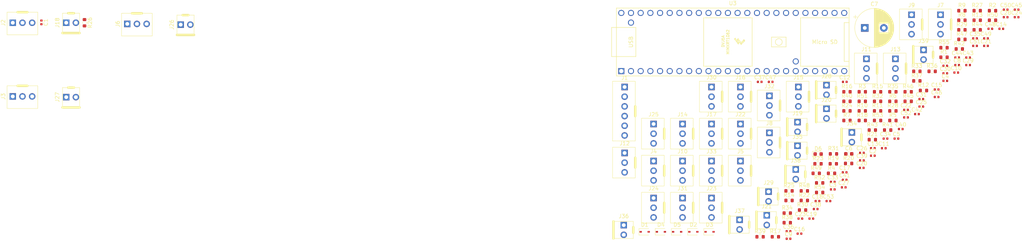
<source format=kicad_pcb>
(kicad_pcb (version 20211014) (generator pcbnew)
  (layers (0 "F.Cu" signal) (31 "B.Cu" signal) (34 "B.Paste" user) (35 "F.Paste" user) (36 "B.SilkS" user "B.Silkscreen") (37 "F.SilkS" user "F.Silkscreen") (38 "B.Mask" user) (39 "F.Mask" user) (44 "Edge.Cuts" user))
  (net 0 "")
  (net 1 "GND")
  (net 2 "+5V")
  (net 3 "+3V3")
  (net 4 "/BUTTON_1")
  (net 5 "/BUTTON_2")
  (net 6 "/BUTTON_3")
  (net 7 "/BUTTON_4")
  (net 8 "/ANALOG_1")
  (net 9 "/ANALOG_2")
  (net 10 "/ANALOG_3")
  (net 11 "/ANALOG_4")
  (net 12 "/BUTTON_5")
  (net 13 "/BUTTON_6")
  (net 14 "/BUTTON_7")
  (net 15 "/BUTTON_8")
  (net 16 "/ANALOG_5")
  (net 17 "/ANALOG_6")
  (net 18 "/ANALOG_7")
  (net 19 "/ANALOG_8")
  (net 20 "/BUTTON_9")
  (net 21 "/BUTTON_10")
  (net 22 "/BUTTON_11")
  (net 23 "/BUTTON_12")
  (net 24 "/BUTTON_13")
  (net 25 "/BUTTON_14")
  (net 26 "/SCK")
  (net 27 "/MISO")
  (net 28 "/MOSI")
  (net 29 "/CS")
  (net 30 "Net-(D6-Pad1)")
  (net 31 "Net-(J1-Pad2)")
  (net 32 "Net-(J1-Pad3)")
  (net 33 "Net-(J1-Pad4)")
  (net 34 "Net-(J1-Pad5)")
  (net 35 "/LED1_OUT")
  (net 36 "/LED2_OUT")
  (net 37 "/LED3_OUT")
  (net 38 "/LED4_OUT")
  (net 39 "/LED5_OUT")
  (net 40 "/LED6_OUT")
  (net 41 "/LED7_OUT")
  (net 42 "/LED8_OUT")
  (net 43 "/LED9_OUT")
  (net 44 "/LED10_OUT")
  (net 45 "/LED11_OUT")
  (net 46 "/LED12_OUT")
  (net 47 "/LED13_OUT")
  (net 48 "/LED14_OUT")
  (net 49 "/LED15_OUT")
  (net 50 "/LED16_OUT")
  (net 51 "Net-(J18-Pad1)")
  (net 52 "Net-(J19-Pad1)")
  (net 53 "Net-(J20-Pad1)")
  (net 54 "Net-(J21-Pad1)")
  (net 55 "Net-(J22-Pad2)")
  (net 56 "Net-(J23-Pad2)")
  (net 57 "Net-(J24-Pad2)")
  (net 58 "Net-(J25-Pad2)")
  (net 59 "Net-(J26-Pad1)")
  (net 60 "Net-(J27-Pad1)")
  (net 61 "Net-(J28-Pad1)")
  (net 62 "Net-(J29-Pad1)")
  (net 63 "Net-(J30-Pad2)")
  (net 64 "Net-(J31-Pad2)")
  (net 65 "Net-(J32-Pad2)")
  (net 66 "Net-(J33-Pad2)")
  (net 67 "Net-(J34-Pad1)")
  (net 68 "Net-(J35-Pad1)")
  (net 69 "Net-(J36-Pad1)")
  (net 70 "Net-(J37-Pad1)")
  (net 71 "Net-(J38-Pad1)")
  (net 72 "Net-(J39-Pad1)")
  (net 73 "Net-(R1-Pad1)")
  (net 74 "Net-(R2-Pad1)")
  (net 75 "Net-(R3-Pad1)")
  (net 76 "Net-(R4-Pad1)")
  (net 77 "Net-(R9-Pad1)")
  (net 78 "Net-(R10-Pad1)")
  (net 79 "Net-(R11-Pad1)")
  (net 80 "Net-(R12-Pad1)")
  (net 81 "Net-(R13-Pad1)")
  (net 82 "Net-(R14-Pad1)")
  (net 83 "Net-(R15-Pad1)")
  (net 84 "Net-(R16-Pad1)")
  (net 85 "Net-(R17-Pad1)")
  (net 86 "Net-(R18-Pad1)")
  (net 87 "Net-(R19-Pad1)")
  (net 88 "Net-(R20-Pad1)")
  (net 89 "Net-(R21-Pad1)")
  (net 90 "Net-(R22-Pad1)")
  (net 91 "Net-(R23-Pad1)")
  (net 92 "Net-(R24-Pad1)")
  (net 94 "/LED4_SIG")
  (net 95 "/LED3_SIG")
  (net 96 "/LED15_SIG")
  (net 97 "/LED14_SIG")
  (net 98 "/LED16_SIG")
  (net 99 "/LED13_SIG")
  (net 100 "/LED1_SIG")
  (net 101 "/LED2_SIG")
  (net 102 "/LED7_SIG")
  (net 103 "/LED8_SIG")
  (net 104 "/LED10_SIG")
  (net 105 "/LED9_SIG")
  (net 106 "/LED6_SIG")
  (net 107 "/LED5_SIG")
  (net 108 "/LED11_SIG")
  (net 109 "/LED12_SIG")
  (footprint "Homebrew:MiniPV_69167-X03XXX_1x03_P2.54mm_Polarized_Vertical" (layer "F.Cu") (at 223.29 55.36)
    (fp_text reference "J8" (at 0 -2.5) (layer "F.SilkS"))
    (fp_text value "Conn_01x03")
    (pad "1" thru_hole rect (at 0 0) (size 1.7 1.7) (drill 1) (layers *.Cu *.Mask) (net 2 "+5V"))
    (pad "2" thru_hole oval (at 0 2.54) (size 1.7 1.7) (drill 1) (layers *.Cu *.Mask) (net 41 "/LED7_OUT"))
    (pad "3" thru_hole oval (at 0 5.08) (size 1.7 1.7) (drill 1) (layers *.Cu *.Mask) (net 1 "GND"))
  )
  (footprint "Capacitor_SMD:C_0402_1005Metric" (layer "F.Cu") (at 288.06 25.04)
    (fp_text reference "C24" (at 0 -1.16) (layer "F.SilkS"))
    (fp_text value "22nF")
    (pad "1" smd roundrect (at -0.48 0) (size 0.56 0.62) (layers "F.Cu" "F.Paste" "F.Mask") (net 4 "/BUTTON_1"))
    (pad "2" smd roundrect (at 0.48 0) (size 0.56 0.62) (layers "F.Cu" "F.Paste" "F.Mask") (net 1 "GND"))
  )
  (footprint "Resistor_SMD:R_0603_1608Metric" (layer "F.Cu") (at 247.62 52.12)
    (fp_text reference "R18" (at 0 -1.43) (layer "F.SilkS"))
    (fp_text value "33")
    (pad "1" smd roundrect (at -0.825 0) (size 0.8 0.95) (layers "F.Cu" "F.Paste" "F.Mask") (net 86 "Net-(R18-Pad1)"))
    (pad "2" smd roundrect (at 0.825 0) (size 0.8 0.95) (layers "F.Cu" "F.Paste" "F.Mask") (net 37 "/LED3_OUT"))
  )
  (footprint "Homebrew:MiniPV_69167-X03XXX_1x03_P2.54mm_Polarized_Vertical" (layer "F.Cu") (at 192.93 53.04)
    (fp_text reference "J25" (at 0 -2.5) (layer "F.SilkS"))
    (fp_text value "Conn_01x03")
    (pad "1" thru_hole rect (at 0 0) (size 1.7 1.7) (drill 1) (layers *.Cu *.Mask) (net 1 "GND"))
    (pad "2" thru_hole oval (at 0 2.54) (size 1.7 1.7) (drill 1) (layers *.Cu *.Mask) (net 58 "Net-(J25-Pad2)"))
    (pad "3" thru_hole oval (at 0 5.08) (size 1.7 1.7) (drill 1) (layers *.Cu *.Mask) (net 3 "+3V3"))
  )
  (footprint "Homebrew:MiniPV_76384-X02XX_1x02_P2.54mm_Vertical" (layer "F.Cu") (at 223.065 70.765)
    (fp_text reference "J29" (at 0 -2.33) (layer "F.SilkS"))
    (fp_text value "Conn_01x02")
    (pad "1" thru_hole rect (at 0 0) (size 1.7 1.7) (drill 1) (layers *.Cu *.Mask) (net 62 "Net-(J29-Pad1)"))
    (pad "2" thru_hole oval (at 0 2.54) (size 1.7 1.7) (drill 1) (layers *.Cu *.Mask) (net 1 "GND"))
  )
  (footprint "Resistor_SMD:R_0603_1608Metric" (layer "F.Cu") (at 273.73 25.85)
    (fp_text reference "R8" (at 0 -1.43) (layer "F.SilkS"))
    (fp_text value "33")
    (pad "1" smd roundrect (at -0.825 0) (size 0.8 0.95) (layers "F.Cu" "F.Paste" "F.Mask") (net 34 "Net-(J1-Pad5)"))
    (pad "2" smd roundrect (at 0.825 0) (size 0.8 0.95) (layers "F.Cu" "F.Paste" "F.Mask") (net 29 "/CS"))
  )
  (footprint "Diode_SMD:D_SOD-323" (layer "F.Cu") (at 190.6 81.29)
    (fp_text reference "D1" (at 0 -1.85) (layer "F.SilkS"))
    (fp_text value "D_TVS_5V")
    (pad "1" smd rect (at -1.05 0) (size 0.6 0.45) (layers "F.Cu" "F.Paste" "F.Mask") (net 1 "GND"))
    (pad "2" smd rect (at 1.05 0) (size 0.6 0.45) (layers "F.Cu" "F.Paste" "F.Mask") (net 26 "/SCK"))
  )
  (footprint "Resistor_SMD:R_0603_1608Metric" (layer "F.Cu") (at 255.64 52.12)
    (fp_text reference "R5" (at 0 -1.43) (layer "F.SilkS"))
    (fp_text value "33")
    (pad "1" smd roundrect (at -0.825 0) (size 0.8 0.95) (layers "F.Cu" "F.Paste" "F.Mask") (net 31 "Net-(J1-Pad2)"))
    (pad "2" smd roundrect (at 0.825 0) (size 0.8 0.95) (layers "F.Cu" "F.Paste" "F.Mask") (net 26 "/SCK"))
  )
  (footprint "Homebrew:MiniPV_76384-X02XX_1x02_P2.54mm_Vertical" (layer "F.Cu") (at 230.655 52.545)
    (fp_text reference "J19" (at 0 -2.33) (layer "F.SilkS"))
    (fp_text value "Conn_01x02")
    (pad "1" thru_hole rect (at 0 0) (size 1.7 1.7) (drill 1) (layers *.Cu *.Mask) (net 52 "Net-(J19-Pad1)"))
    (pad "2" thru_hole oval (at 0 2.54) (size 1.7 1.7) (drill 1) (layers *.Cu *.Mask) (net 1 "GND"))
  )
  (footprint "Homebrew:MiniPV_69167-X03XXX_1x03_P2.54mm_Polarized_Vertical" (layer "F.Cu") (at 256.31 35.96)
    (fp_text reference "J13" (at 0 -2.5) (layer "F.SilkS"))
    (fp_text value "Conn_01x03")
    (pad "1" thru_hole rect (at 0 0) (size 1.7 1.7) (drill 1) (layers *.Cu *.Mask) (net 2 "+5V"))
    (pad "2" thru_hole oval (at 0 2.54) (size 1.7 1.7) (drill 1) (layers *.Cu *.Mask) (net 46 "/LED12_OUT"))
    (pad "3" thru_hole oval (at 0 5.08) (size 1.7 1.7) (drill 1) (layers *.Cu *.Mask) (net 1 "GND"))
  )
  (footprint "Resistor_SMD:R_0603_1608Metric" (layer "F.Cu") (at 273.73 23.34)
    (fp_text reference "R9" (at 0 -1.43) (layer "F.SilkS"))
    (fp_text value "33")
    (pad "1" smd roundrect (at -0.825 0) (size 0.8 0.95) (layers "F.Cu" "F.Paste" "F.Mask") (net 77 "Net-(R9-Pad1)"))
    (pad "2" smd roundrect (at 0.825 0) (size 0.8 0.95) (layers "F.Cu" "F.Paste" "F.Mask") (net 36 "/LED2_OUT"))
  )
  (footprint "Resistor_SMD:R_0603_1608Metric" (layer "F.Cu") (at 244.04 63.38)
    (fp_text reference "R20" (at 0 -1.43) (layer "F.SilkS"))
    (fp_text value "33")
    (pad "1" smd roundrect (at -0.825 0) (size 0.8 0.95) (layers "F.Cu" "F.Paste" "F.Mask") (net 88 "Net-(R20-Pad1)"))
    (pad "2" smd roundrect (at 0.825 0) (size 0.8 0.95) (layers "F.Cu" "F.Paste" "F.Mask") (net 41 "/LED7_OUT"))
  )
  (footprint "Capacitor_SMD:C_0402_1005Metric" (layer "F.Cu") (at 280.04 32.57)
    (fp_text reference "C21" (at 0 -1.16) (layer "F.SilkS"))
    (fp_text value "100nF")
    (pad "1" smd roundrect (at -0.48 0) (size 0.56 0.62) (layers "F.Cu" "F.Paste" "F.Mask") (net 1 "GND"))
    (pad "2" smd roundrect (at 0.48 0) (size 0.56 0.62) (layers "F.Cu" "F.Paste" "F.Mask") (net 2 "+5V"))
  )
  (footprint "Resistor_SMD:R_0603_1608Metric" (layer "F.Cu") (at 236.02 63.46)
    (fp_text reference "R23" (at 0 -1.43) (layer "F.SilkS"))
    (fp_text value "33")
    (pad "1" smd roundrect (at -0.825 0) (size 0.8 0.95) (layers "F.Cu" "F.Paste" "F.Mask") (net 91 "Net-(R23-Pad1)"))
    (pad "2" smd roundrect (at 0.825 0) (size 0.8 0.95) (layers "F.Cu" "F.Paste" "F.Mask") (net 47 "/LED13_OUT"))
  )
  (footprint "Capacitor_SMD:C_0402_1005Metric" (layer "F.Cu") (at 285.19 23.07)
    (fp_text reference "C50" (at 0 -1.16) (layer "F.SilkS"))
    (fp_text value "100nF")
    (pad "1" smd roundrect (at -0.48 0) (size 0.56 0.62) (layers "F.Cu" "F.Paste" "F.Mask") (net 3 "+3V3"))
    (pad "2" smd roundrect (at 0.48 0) (size 0.56 0.62) (layers "F.Cu" "F.Paste" "F.Mask") (net 1 "GND"))
  )
  (footprint "Capacitor_SMD:C_0402_1005Metric" (layer "F.Cu") (at 239.89 68.21)
    (fp_text reference "C33" (at 0 -1.16) (layer "F.SilkS"))
    (fp_text value "100nF")
    (pad "1" smd roundrect (at -0.48 0) (size 0.56 0.62) (layers "F.Cu" "F.Paste" "F.Mask") (net 3 "+3V3"))
    (pad "2" smd roundrect (at 0.48 0) (size 0.56 0.62) (layers "F.Cu" "F.Paste" "F.Mask") (net 1 "GND"))
  )
  (footprint "Capacitor_SMD:C_0402_1005Metric" (layer "F.Cu") (at 239.89 70.18)
    (fp_text reference "C3" (at 0 -1.16) (layer "F.SilkS"))
    (fp_text value "100nF")
    (pad "1" smd roundrect (at -0.48 0) (size 0.56 0.62) (layers "F.Cu" "F.Paste" "F.Mask") (net 1 "GND"))
    (pad "2" smd roundrect (at 0.48 0) (size 0.56 0.62) (layers "F.Cu" "F.Paste" "F.Mask") (net 2 "+5V"))
  )
  (footprint "Resistor_SMD:R_0603_1608Metric" (layer "F.Cu") (at 228.43 70.57)
    (fp_text reference "R25" (at 0 -1.43) (layer "F.SilkS"))
    (fp_text value "10k")
    (pad "1" smd roundrect (at -0.825 0) (size 0.8 0.95) (layers "F.Cu" "F.Paste" "F.Mask") (net 30 "Net-(D6-Pad1)"))
    (pad "2" smd roundrect (at 0.825 0) (size 0.8 0.95) (layers "F.Cu" "F.Paste" "F.Mask") (net 1 "GND"))
  )
  (footprint "Resistor_SMD:R_0603_1608Metric" (layer "F.Cu") (at 240.07 60.87)
    (fp_text reference "R31" (at 0 -1.43) (layer "F.SilkS"))
    (fp_text value "1k")
    (pad "1" smd roundrect (at -0.825 0) (size 0.8 0.95) (layers "F.Cu" "F.Paste" "F.Mask") (net 56 "Net-(J23-Pad2)"))
    (pad "2" smd roundrect (at 0.825 0) (size 0.8 0.95) (layers "F.Cu" "F.Paste" "F.Mask") (net 9 "/ANALOG_2"))
  )
  (footprint "Resistor_SMD:R_0603_1608Metric" (layer "F.Cu") (at 255.64 47.1)
    (fp_text reference "R6" (at 0 -1.43) (layer "F.SilkS"))
    (fp_text value "33")
    (pad "1" smd roundrect (at -0.825 0) (size 0.8 0.95) (layers "F.Cu" "F.Paste" "F.Mask") (net 32 "Net-(J1-Pad3)"))
    (pad "2" smd roundrect (at 0.825 0) (size 0.8 0.95) (layers "F.Cu" "F.Paste" "F.Mask") (net 27 "/MISO"))
  )
  (footprint "Capacitor_SMD:C_0402_1005Metric" (layer "F.Cu") (at 275.35 37.59)
    (fp_text reference "C29" (at 0 -1.16) (layer "F.SilkS"))
    (fp_text value "100nF")
    (pad "1" smd roundrect (at -0.48 0) (size 0.56 0.62) (layers "F.Cu" "F.Paste" "F.Mask") (net 9 "/ANALOG_2"))
    (pad "2" smd roundrect (at 0.48 0) (size 0.56 0.62) (layers "F.Cu" "F.Paste" "F.Mask") (net 1 "GND"))
  )
  (footprint "Resistor_SMD:R_0603_1608Metric" (layer "F.Cu") (at 247.62 44.59)
    (fp_text reference "R3" (at 0 -1.43) (layer "F.SilkS"))
    (fp_text value "10k")
    (pad "1" smd roundrect (at -0.825 0) (size 0.8 0.95) (layers "F.Cu" "F.Paste" "F.Mask") (net 75 "Net-(R3-Pad1)"))
    (pad "2" smd roundrect (at 0.825 0) (size 0.8 0.95) (layers "F.Cu" "F.Paste" "F.Mask") (net 1 "GND"))
  )
  (footprint "Homebrew:MiniPV_69167-X03XXX_1x03_P2.54mm_Polarized_Vertical" (layer "F.Cu") (at 200.52 72.44)
    (fp_text reference "J31" (at 0 -2.5) (layer "F.SilkS"))
    (fp_text value "Conn_01x03")
    (pad "1" thru_hole rect (at 0 0) (size 1.7 1.7) (drill 1) (layers *.Cu *.Mask) (net 1 "GND"))
    (pad "2" thru_hole oval (at 0 2.54) (size 1.7 1.7) (drill 1) (layers *.Cu *.Mask) (net 64 "Net-(J31-Pad2)"))
    (pad "3" thru_hole oval (at 0 5.08) (size 1.7 1.7) (drill 1) (layers *.Cu *.Mask) (net 3 "+3V3"))
  )
  (footprint "Homebrew:MiniPV_69167-X03XXX_1x03_P2.54mm_Polarized_Vertical" (layer "F.Cu") (at 248.72 35.96)
    (fp_text reference "J11" (at 0 -2.5) (layer "F.SilkS"))
    (fp_text value "Conn_01x03")
    (pad "1" thru_hole rect (at 0 0) (size 1.7 1.7) (drill 1) (layers *.Cu *.Mask) (net 2 "+5V"))
    (pad "2" thru_hole oval (at 0 2.54) (size 1.7 1.7) (drill 1) (layers *.Cu *.Mask) (net 44 "/LED10_OUT"))
    (pad "3" thru_hole oval (at 0 5.08) (size 1.7 1.7) (drill 1) (layers *.Cu *.Mask) (net 1 "GND"))
  )
  (footprint "Capacitor_SMD:C_0402_1005Metric" (layer "F.Cu") (at 235.88 73.23)
    (fp_text reference "C18" (at 0 -1.16) (layer "F.SilkS"))
    (fp_text value "100nF")
    (pad "1" smd roundrect (at -0.48 0) (size 0.56 0.62) (layers "F.Cu" "F.Paste" "F.Mask") (net 1 "GND"))
    (pad "2" smd roundrect (at 0.48 0) (size 0.56 0.62) (layers "F.Cu" "F.Paste" "F.Mask") (net 2 "+5V"))
  )
  (footprint "Resistor_SMD:R_0603_1608Metric" (layer "F.Cu") (at 255.64 44.59)
    (fp_text reference "R35" (at 0 -1.43) (layer "F.SilkS"))
    (fp_text value "DNP")
    (pad "1" smd roundrect (at -0.825 0) (size 0.8 0.95) (layers "F.Cu" "F.Paste" "F.Mask") (net 1 "GND"))
    (pad "2" smd roundrect (at 0.825 0) (size 0.8 0.95) (layers "F.Cu" "F.Paste" "F.Mask") (net 9 "/ANALOG_2"))
  )
  (footprint "Capacitor_THT:CP_Radial_D10.0mm_P5.00mm" (layer "F.Cu") (at 248.274646 27.86)
    (fp_text reference "C7" (at 2.5 -6.25) (layer "F.SilkS"))
    (fp_text value "470uF")
    (pad "1" thru_hole rect (at 0 0) (size 2 2) (drill 1) (layers *.Cu *.Mask) (net 2 "+5V"))
    (pad "2" thru_hole circle (at 5 0) (size 2 2) (drill 1) (layers *.Cu *.Mask) (net 1 "GND"))
  )
  (footprint "Capacitor_SMD:C_0402_1005Metric" (layer "F.Cu") (at 231.4 77.83)
    (fp_text reference "C23" (at 0 -1.16) (layer "F.SilkS"))
    (fp_text value "100nF")
    (pad "1" smd roundrect (at -0.48 0) (size 0.56 0.62) (layers "F.Cu" "F.Paste" "F.Mask") (net 3 "+3V3"))
    (pad "2" smd roundrect (at 0.48 0) (size 0.56 0.62) (layers "F.Cu" "F.Paste" "F.Mask") (net 1 "GND"))
  )
  (footprint "Capacitor_SMD:C_0402_1005Metric" (layer "F.Cu") (at 272.24 39.56)
    (fp_text reference "C10" (at 0 -1.16) (layer "F.SilkS"))
    (fp_text value "100nF")
    (pad "1" smd roundrect (at -0.48 0) (size 0.56 0.62) (layers "F.Cu" "F.Paste" "F.Mask") (net 1 "GND"))
    (pad "2" smd roundrect (at 0.48 0) (size 0.56 0.62) (layers "F.Cu" "F.Paste" "F.Mask") (net 2 "+5V"))
  )
  (footprint "Homebrew:MiniPV_76384-X02XX_1x02_P2.54mm_Vertical" (layer "F.Cu") (at 230.655 58.745)
    (fp_text reference "J35" (at 0 -2.33) (layer "F.SilkS"))
    (fp_text value "Conn_01x02")
    (pad "1" thru_hole rect (at 0 0) (size 1.7 1.7) (drill 1) (layers *.Cu *.Mask) (net 68 "Net-(J35-Pad1)"))
    (pad "2" thru_hole oval (at 0 2.54) (size 1.7 1.7) (drill 1) (layers *.Cu *.Mask) (net 1 "GND"))
  )
  (footprint "Capacitor_SMD:C_0402_1005Metric" (layer "F.Cu") (at 267.1 43.99)
    (fp_text reference "C15" (at 0 -1.16) (layer "F.SilkS"))
    (fp_text value "100nF")
    (pad "1" smd roundrect (at -0.48 0) (size 0.56 0.62) (layers "F.Cu" "F.Paste" "F.Mask") (net 1 "GND"))
    (pad "2" smd roundrect (at 0.48 0) (size 0.56 0.62) (layers "F.Cu" "F.Paste" "F.Mask") (net 2 "+5V"))
  )
  (footprint "Homebrew:MiniPV_69167-X03XXX_1x03_P2.54mm_Polarized_Vertical" (layer "F.Cu") (at 200.52 62.74)
    (fp_text reference "J10" (at 0 -2.5) (layer "F.SilkS"))
    (fp_text value "Conn_01x03")
    (pad "1" thru_hole rect (at 0 0) (size 1.7 1.7) (drill 1) (layers *.Cu *.Mask) (net 2 "+5V"))
    (pad "2" thru_hole oval (at 0 2.54) (size 1.7 1.7) (drill 1) (layers *.Cu *.Mask) (net 43 "/LED9_OUT"))
    (pad "3" thru_hole oval (at 0 5.08) (size 1.7 1.7) (drill 1) (layers *.Cu *.Mask) (net 1 "GND"))
  )
  (footprint "Resistor_SMD:R_0603_1608Metric" (layer "F.Cu") (at 243.61 52.12)
    (fp_text reference "R7" (at 0 -1.43) (layer "F.SilkS"))
    (fp_text value "33")
    (pad "1" smd roundrect (at -0.825 0) (size 0.8 0.95) (layers "F.Cu" "F.Paste" "F.Mask") (net 33 "Net-(J1-Pad4)"))
    (pad "2" smd roundrect (at 0.825 0) (size 0.8 0.95) (layers "F.Cu" "F.Paste" "F.Mask") (net 28 "/MOSI"))
  )
  (footprint "Resistor_SMD:R_0603_1608Metric" (layer "F.Cu") (at 236.45 68.48)
    (fp_text reference "R52" (at 0 -1.43) (layer "F.SilkS"))
    (fp_text value "DNP")
    (pad "1" smd roundrect (at -0.825 0) (size 0.8 0.95) (layers "F.Cu" "F.Paste" "F.Mask") (net 1 "GND"))
    (pad "2" smd roundrect (at 0.825 0) (size 0.8 0.95) (layers "F.Cu" "F.Paste" "F.Mask") (net 18 "/ANALOG_7"))
  )
  (footprint "Capacitor_SMD:C_0402_1005Metric" (layer "F.Cu") (at 243.04 42)
    (fp_text reference "C12" (at 0 -1.16) (layer "F.SilkS"))
    (fp_text value "100nF")
    (pad "1" smd roundrect (at -0.48 0) (size 0.56 0.62) (layers "F.Cu" "F.Paste" "F.Mask") (net 2 "+5V"))
    (pad "2" smd roundrect (at 0.48 0) (size 0.56 0.62) (layers "F.Cu" "F.Paste" "F.Mask") (net 1 "GND"))
  )
  (footprint "Capacitor_SMD:C_0402_1005Metric" (layer "F.Cu") (at 238.75 73.23)
    (fp_text reference "C53" (at 0 -1.16) (layer "F.SilkS"))
    (fp_text value "22nF")
    (pad "1" smd roundrect (at -0.48 0) (size 0.56 0.62) (layers "F.Cu" "F.Paste" "F.Mask") (net 25 "/BUTTON_14"))
    (pad "2" smd roundrect (at 0.48 0) (size 0.56 0.62) (layers "F.Cu" "F.Paste" "F.Mask") (net 1 "GND"))
  )
  (footprint "Homebrew:MiniPV_69167-X03XXX_1x03_P2.54mm_Polarized_Vertical" (layer "F.Cu") (at 55 26.81 90)
    (fp_text reference "J6" (at 0 -2.5 90) (layer "F.SilkS"))
    (fp_text value "Conn_01x03")
    (pad "1" thru_hole rect (at 0 0 90) (size 1.7 1.7) (drill 1) (layers *.Cu *.Mask) (net 2 "+5V"))
    (pad "2" thru_hole oval (at 0 2.54 90) (size 1.7 1.7) (drill 1) (layers *.Cu *.Mask) (net 39 "/LED5_OUT"))
    (pad "3" thru_hole oval (at 0 5.08 90) (size 1.7 1.7) (drill 1) (layers *.Cu *.Mask) (net 1 "GND"))
  )
  (footprint "Homebrew:MiniPV_69167-X03XXX_1x03_P2.54mm_Polarized_Vertical" (layer "F.Cu") (at 215.7 43.34)
    (fp_text reference "J16" (at 0 -2.5) (layer "F.SilkS"))
    (fp_text value "Conn_01x03")
    (pad "1" thru_hole rect (at 0 0) (size 1.7 1.7) (drill 1) (layers *.Cu *.Mask) (net 2 "+5V"))
    (pad "2" thru_hole oval (at 0 2.54) (size 1.7 1.7) (drill 1) (layers *.Cu *.Mask) (net 49 "/LED15_OUT"))
    (pad "3" thru_hole oval (at 0 5.08) (size 1.7 1.7) (drill 1) (layers *.Cu *.Mask) (net 1 "GND"))
  )
  (footprint "Capacitor_SMD:C_0402_1005Metric" (layer "F.Cu") (at 234.27 77.83)
    (fp_text reference "C19" (at 0 -1.16) (layer "F.SilkS"))
    (fp_text value "100nF")
    (pad "1" smd roundrect (at -0.48 0) (size 0.56 0.62) (layers "F.Cu" "F.Paste" "F.Mask") (net 1 "GND"))
    (pad "2" smd roundrect (at 0.48 0) (size 0.56 0.62) (layers "F.Cu" "F.Paste" "F.Mask") (net 2 "+5V"))
  )
  (footprint "Homebrew:MiniPV_76384-X02XX_1x02_P2.54mm_Vertical" (layer "F.Cu") (at 69 27 90)
    (fp_text reference "J26" (at 0 -2.33 90) (layer "F.SilkS"))
    (fp_text value "Conn_01x02")
    (pad "1" thru_hole rect (at 0 0 90) (size 1.7 1.7) (drill 1) (layers *.Cu *.Mask) (net 59 "Net-(J26-Pad1)"))
    (pad "2" thru_hole oval (at 0 2.54 90) (size 1.7 1.7) (drill 1) (layers *.Cu *.Mask) (net 1 "GND"))
  )
  (footprint "Resistor_SMD:R_0603_1608Metric" (layer "F.Cu") (at 273.73 28.36)
    (fp_text reference "R29" (at 0 -1.43) (layer "F.SilkS"))
    (fp_text value "1k")
    (pad "1" smd roundrect (at -0.825 0) (size 0.8 0.95) (layers "F.Cu" "F.Paste" "F.Mask") (net 54 "Net-(J21-Pad1)"))
    (pad "2" smd roundrect (at 0.825 0) (size 0.8 0.95) (layers "F.Cu" "F.Paste" "F.Mask") (net 7 "/BUTTON_4"))
  )
  (footprint "Resistor_SMD:R_0603_1608Metric" (layer "F.Cu") (at 250.26 57.14)
    (fp_text reference "R21" (at 0 -1.43) (layer "F.SilkS"))
    (fp_text value "33")
    (pad "1" smd roundrect (at -0.825 0) (size 0.8 0.95) (layers "F.Cu" "F.Paste" "F.Mask") (net 89 "Net-(R21-Pad1)"))
    (pad "2" smd roundrect (at 0.825 0) (size 0.8 0.95) (layers "F.Cu" "F.Paste" "F.Mask") (net 43 "/LED9_OUT"))
  )
  (footprint "Capacitor_SMD:C_0402_1005Metric" (layer "F.Cu") (at 280.04 30.6)
    (fp_text reference "C49" (at 0 -1.16) (layer "F.SilkS"))
    (fp_text value "100nF")
    (pad "1" smd roundrect (at -0.48 0) (size 0.56 0.62) (layers "F.Cu" "F.Paste" "F.Mask") (net 3 "+3V3"))
    (pad "2" smd roundrect (at 0.48 0) (size 0.56 0.62) (layers "F.Cu" "F.Paste" "F.Mask") (net 1 "GND"))
  )
  (footprint "Resistor_SMD:R_0603_1608Metric" (layer "F.Cu") (at 255.64 49.61)
    (fp_text reference "R28" (at 0 -1.43) (layer "F.SilkS"))
    (fp_text value "1k")
    (pad "1" smd roundrect (at -0.825 0) (size 0.8 0.95) (layers "F.Cu" "F.Paste" "F.Mask") (net 53 "Net-(J20-Pad1)"))
    (pad "2" smd roundrect (at 0.825 0) (size 0.8 0.95) (layers "F.Cu" "F.Paste" "F.Mask") (net 6 "/BUTTON_3"))
  )
  (footprint "Capacitor_SMD:C_0402_1005Metric" (layer "F.Cu") (at 250.39 59.38)
    (fp_text reference "C13" (at 0 -1.16) (layer "F.SilkS"))
    (fp_text value "100nF")
    (pad "1" smd roundrect (at -0.48 0) (size 0.56 0.62) (layers "F.Cu" "F.Paste" "F.Mask") (net 2 "+5V"))
    (pad "2" smd roundrect (at 0.48 0) (size 0.56 0.62) (layers "F.Cu" "F.Paste" "F.Mask") (net 1 "GND"))
  )
  (footprint "Resistor_SMD:R_0603_1608Metric" (layer "F.Cu") (at 247.62 47.1)
    (fp_text reference "R51" (at 0 -1.43) (layer "F.SilkS"))
    (fp_text value "DNP")
    (pad "1" smd roundrect (at -0.825 0) (size 0.8 0.95) (layers "F.Cu" "F.Paste" "F.Mask") (net 1 "GND"))
    (pad "2" smd roundrect (at 0.825 0) (size 0.8 0.95) (layers "F.Cu" "F.Paste" "F.Mask") (net 17 "/ANALOG_6"))
  )
  (footprint "Resistor_SMD:R_0603_1608Metric" (layer "F.Cu") (at 281.75 23.34)
    (fp_text reference "R2" (at 0 -1.43) (layer "F.SilkS"))
    (fp_text value "10k")
    (pad "1" smd roundrect (at -0.825 0) (size 0.8 0.95) (layers "F.Cu" "F.Paste" "F.Mask") (net 74 "Net-(R2-Pad1)"))
    (pad "2" smd roundrect (at 0.825 0) (size 0.8 0.95) (layers "F.Cu" "F.Paste" "F.Mask") (net 1 "GND"))
  )
  (footprint "Capacitor_SMD:C_0402_1005Metric" (layer "F.Cu") (at 242.76 69.64)
    (fp_text reference "C27" (at 0 -1.16) (layer "F.SilkS"))
    (fp_text value "22nF")
    (pad "1" smd roundrect (at -0.48 0) (size 0.56 0.62) (layers "F.Cu" "F.Paste" "F.Mask") (net 7 "/BUTTON_4"))
    (pad "2" smd roundrect (at 0.48 0) (size 0.56 0.62) (layers "F.Cu" "F.Paste" "F.Mask") (net 1 "GND"))
  )
  (footprint "Capacitor_SMD:C_0402_1005Metric" (layer "F.Cu") (at 267.1 45.96)
    (fp_text reference "C46" (at 0 -1.16) (layer "F.SilkS"))
    (fp_text value "22nF")
    (pad "1" smd roundrect (at -0.48 0) (size 0.56 0.62) (layers "F.Cu" "F.Paste" "F.Mask") (net 22 "/BUTTON_11"))
    (pad "2" smd roundrect (at 0.48 0) (size 0.56 0.62) (layers "F.Cu" "F.Paste" "F.Mask") (net 1 "GND"))
  )
  (footprint "Capacitor_SMD:C_0402_1005Metric" (layer "F.Cu") (at 261.95 50.44)
    (fp_text reference "C42" (at 0 -1.16) (layer "F.SilkS"))
    (fp_text value "100nF")
    (pad "1" smd roundrect (at -0.48 0) (size 0.56 0.62) (layers "F.Cu" "F.Paste" "F.Mask") (net 18 "/ANALOG_7"))
    (pad "2" smd roundrect (at 0.48 0) (size 0.56 0.62) (layers "F.Cu" "F.Paste" "F.Mask") (net 1 "GND"))
  )
  (footprint "Capacitor_SMD:C_0402_1005Metric" (layer "F.Cu") (at 269.37 39.76)
    (fp_text reference "C30" (at 0 -1.16) (layer "F.SilkS"))
    (fp_text value "100nF")
    (pad "1" smd roundrect (at -0.48 0) (size 0.56 0.62) (layers "F.Cu" "F.Paste" "F.Mask") (net 10 "/ANALOG_3"))
    (pad "2" smd roundrect (at 0.48 0) (size 0.56 0.62) (layers "F.Cu" "F.Paste" "F.Mask") (net 1 "GND"))
  )
  (footprint "Capacitor_SMD:C_0402_1005Metric" (layer "F.Cu") (at 235.41 75.32)
    (fp_text reference "C38" (at 0 -1.16) (layer "F.SilkS"))
    (fp_text value "22nF")
    (pad "1" smd roundrect (at -0.48 0) (size 0.56 0.62) (layers "F.Cu" "F.Paste" "F.Mask") (net 14 "/BUTTON_7"))
    (pad "2" smd roundrect (at 0.48 0) (size 0.56 0.62) (layers "F.Cu" "F.Paste" "F.Mask") (net 1 "GND"))
  )
  (footprint "Homebrew:MiniPV_76384-X02XX_1x02_P2.54mm_Vertical" (layer "F.Cu") (at 238.245 49.045)
    (fp_text reference "J20" (at 0 -2.33) (layer "F.SilkS"))
    (fp_text value "Conn_01x02")
    (pad "1" thru_hole rect (at 0 0) (size 1.7 1.7) (drill 1) (layers *.Cu *.Mask) (net 53 "Net-(J20-Pad1)"))
    (pad "2" thru_hole oval (at 0 2.54) (size 1.7 1.7) (drill 1) (layers *.Cu *.Mask) (net 1 "GND"))
  )
  (footprint "Diode_SMD:D_SOD-323" (layer "F.Cu") (at 199.1 81.29)
    (fp_text reference "D5" (at 0 -1.85) (layer "F.SilkS"))
    (fp_text value "D_TVS_5V")
    (pad "1" smd rect (at -1.05 0) (size 0.6 0.45) (layers "F.Cu" "F.Paste" "F.Mask") (net 1 "GND"))
    (pad "2" smd rect (at 1.05 0) (size 0.6 0.45) (layers "F.Cu" "F.Paste" "F.Mask") (net 29 "/CS"))
  )
  (footprint "Homebrew:MiniPV_69167-X03XXX_1x03_P2.54mm_Polarized_Vertical" (layer "F.Cu") (at 208.11 43.34)
    (fp_text reference "J30" (at 0 -2.5) (layer "F.SilkS"))
    (fp_text value "Conn_01x03")
    (pad "1" thru_hole rect (at 0 0) (size 1.7 1.7) (drill 1) (layers *.Cu *.Mask) (net 1 "GND"))
    (pad "2" thru_hole oval (at 0 2.54) (size 1.7 1.7) (drill 1) (layers *.Cu *.Mask) (net 63 "Net-(J30-Pad2)"))
    (pad "3" thru_hole oval (at 0 5.08) (size 1.7 1.7) (drill 1) (layers *.Cu *.Mask) (net 3 "+3V3"))
  )
  (footprint "Homebrew:MiniPV_69167-X03XXX_1x03_P2.54mm_Polarized_Vertical" (layer "F.Cu") (at 192.93 62.74)
    (fp_text reference "J4" (at 0 -2.5) (layer "F.SilkS"))
    (fp_text value "Conn_01x03")
    (pad "1" thru_hole rect (at 0 0) (size 1.7 1.7) (drill 1) (layers *.Cu *.Mask) (net 2 "+5V"))
    (pad "2" thru_hole oval (at 0 2.54) (size 1.7 1.7) (drill 1) (layers *.Cu *.Mask) (net 37 "/LED3_OUT"))
    (pad "3" thru_hole oval (at 0 5.08) (size 1.7 1.7) (drill 1) (layers *.Cu *.Mask) (net 1 "GND"))
  )
  (footprint "Capacitor_SMD:C_0402_1005Metric" (layer "F.Cu") (at 253.7 56.87)
    (fp_text reference "C34" (at 0 -1.16) (layer "F.SilkS"))
    (fp_text value "100nF")
    (pad "1" smd roundrect (at -0.48 0) (size 0.56 0.62) (layers "F.Cu" "F.Paste" "F.Mask") (net 3 "+3V3"))
    (pad "2" smd roundrect (at 0.48 0) (size 0.56 0.62) (layers "F.Cu" "F.Paste" "F.Mask") (net 1 "GND"))
  )
  (footprint "Diode_SMD:D_SOD-323" (layer "F.Cu") (at 207.6 81.29)
    (fp_text reference "D3" (at 0 -1.85) (layer "F.SilkS"))
    (fp_text value "D_TVS_5V")
    (pad "1" smd rect (at -1.05 0) (size 0.6 0.45) (layers "F.Cu" "F.Paste" "F.Mask") (net 1 "GND"))
    (pad "2" smd rect (at 1.05 0) (size 0.6 0.45) (layers "F.Cu" "F.Paste" "F.Mask") (net 28 "/MOSI"))
  )
  (footprint "Resistor_SMD:R_0603_1608Metric" (layer "F.Cu") (at 240.03 63.46)
    (fp_text reference "R19" (at 0 -1.43) (layer "F.SilkS"))
    (fp_text value "33")
    (pad "1" smd roundrect (at -0.825 0) (size 0.8 0.95) (layers "F.Cu" "F.Paste" "F.Mask") (net 87 "Net-(R19-Pad1)"))
    (pad "2" smd roundrect (at 0.825 0) (size 0.8 0.95) (layers "F.Cu" "F.Paste" "F.Mask") (net 39 "/LED5_OUT"))
  )
  (footprint "Resistor_SMD:R_0603_1608Metric" (layer "F.Cu") (at 232.44 70.57)
    (fp_text reference "R48" (at 0 -1.43) (layer "F.SilkS"))
    (fp_text value "1k")
    (pad "1" smd roundrect (at -0.825 0) (size 0.8 0.95) (layers "F.Cu" "F.Paste" "F.Mask") (net 69 "Net-(J36-Pad1)"))
    (pad "2" smd roundrect (at 0.825 0) (size 0.8 0.95) (layers "F.Cu" "F.Paste" "F.Mask") (net 22 "/BUTTON_11"))
  )
  (footprint "Capacitor_SMD:C_0402_1005Metric" (layer "F.Cu") (at 250.39 61.35)
    (fp_text reference "C2" (at 0 -1.16) (layer "F.SilkS"))
    (fp_text value "100nF")
    (pad "1" smd roundrect (at -0.48 0) (size 0.56 0.62) (layers "F.Cu" "F.Paste" "F.Mask") (net 1 "GND"))
    (pad "2" smd roundrect (at 0.48 0) (size 0.56 0.62) (layers "F.Cu" "F.Paste" "F.Mask") (net 2 "+5V"))
  )
  (footprint "Resistor_SMD:R_0603_1608Metric" (layer "F.Cu") (at 265.93 39.24)
    (fp_text reference "R36" (at 0 -1.43) (layer "F.SilkS"))
    (fp_text value "DNP")
    (pad "1" smd roundrect (at -0.825 0) (size 0.8 0.95) (layers "F.Cu" "F.Paste" "F.Mask") (net 1 "GND"))
    (pad "2" smd roundrect (at 0.825 0) (size 0.8 0.95) (layers "F.Cu" "F.Paste" "F.Mask") (net 10 "/ANALOG_3"))
  )
  (footprint "Homebrew:MiniPV_69167-X03XXX_1x03_P2.54mm_Polarized_Vertical" (layer "F.Cu") (at 208.11 53.04)
    (fp_text reference "J17" (at 0 -2.5) (layer "F.SilkS"))
    (fp_text value "Conn_01x03")
    (pad "1" thru_hole rect (at 0 0) (size 1.7 1.7) (drill 1) (layers *.Cu *.Mask) (net 2 "+5V"))
    (pad "2" thru_hole oval (at 0 2.54) (size 1.7 1.7) (drill 1) (layers *.Cu *.Mask) (net 50 "/LED16_OUT"))
    (pad "3" thru_hole oval (at 0 5.08) (size 1.7 1.7) (drill 1) (layers *.Cu *.Mask) (net 1 "GND"))
  )
  (footprint "Capacitor_SMD:C_0402_1005Metric" (layer "F.Cu") (at 284.05 28.09)
    (fp_text reference "C14" (at 0 -1.16) (layer "F.SilkS"))
    (fp_text value "100nF")
    (pad "1" smd roundrect (at -0.48 0) (size 0.56 0.62) (layers "F.Cu" "F.Paste" "F.Mask") (net 1 "GND"))
    (pad "2" smd roundrect (at 0.48 0) (size 0.56 0.62) (layers "F.Cu" "F.Paste" "F.Mask") (net 2 "+5V"))
  )
  (footprint "Homebrew:MiniPV_69167-X03XXX_1x03_P2.54mm_Polarized_Vertical" (layer "F.Cu") (at 268.12 24.41)
    (fp_text reference "J7" (at 0 -2.5) (layer "F.SilkS"))
    (fp_text value "Conn_01x03")
    (pad "1" thru_hole rect (at 0 0) (size 1.7 1.7) (drill 1) (layers *.Cu *.Mask) (net 2 "+5V"))
    (pad "2" thru_hole oval (at 0 2.54) (size 1.7 1.7) (drill 1) (layers *.Cu *.Mask) (net 40 "/LED6_OUT"))
    (pad "3" thru_hole oval (at 0 5.08) (size 1.7 1.7) (drill 1) (layers *.Cu *.Mask) (net 1 "GND"))
  )
  (footprint "Homebrew:Teensy41_stripped" (layer "F.Cu") (at 213.68 31.55)
    (fp_text reference "U3" (at 0 -10.16 180) (layer "F.SilkS"))
    (fp_text value "Teensy4.1")
    (fp_text user "USB" (at -26.67 0 90) (layer "F.SilkS"))
    (fp_text user "DVJ6A" (at -2.54 -0.18 90) (layer "F.SilkS") (effects (font (size 0.7 0.7))))
    (fp_text user "Micro SD" (at 24.13 0 180) (layer "F.SilkS"))
    (fp_text user "MIMXRT1062" (at -1.27 0 90) (layer "F.SilkS") (effects (font (size 0.7 0.7))))
    (pad "1" thru_hole rect locked (at -29.21 7.62) (size 1.6 1.6) (drill 1.1) (layers *.Cu *.Mask) (net 1 "GND"))
    (pad "2" thru_hole circle locked (at -26.67 7.62) (size 1.6 1.6) (drill 1.1) (layers *.Cu *.Mask) (net 101 "/LED2_SIG"))
    (pad "3" thru_hole circle locked (at -24.13 7.62) (size 1.6 1.6) (drill 1.1) (layers *.Cu *.Mask) (net 100 "/LED1_SIG"))
    (pad "4" thru_hole circle locked (at -21.59 7.62) (size 1.6 1.6) (drill 1.1) (layers *.Cu *.Mask) (net 4 "/BUTTON_1"))
    (pad "5" thru_hole circle locked (at -19.05 7.62) (size 1.6 1.6) (drill 1.1) (layers *.Cu *.Mask) (net 5 "/BUTTON_2"))
    (pad "6" thru_hole circle locked (at -16.51 7.62) (size 1.6 1.6) (drill 1.1) (layers *.Cu *.Mask) (net 6 "/BUTTON_3"))
    (pad "7" thru_hole circle locked (at -13.97 7.62) (size 1.6 1.6) (drill 1.1) (layers *.Cu *.Mask) (net 7 "/BUTTON_4"))
    (pad "8" thru_hole circle locked (at -11.43 7.62) (size 1.6 1.6) (drill 1.1) (layers *.Cu *.Mask) (net 99 "/LED13_SIG"))
    (pad "9" thru_hole circle locked (at -8.89 7.62) (size 1.6 1.6) (drill 1.1) (layers *.Cu *.Mask) (net 25 "/BUTTON_14"))
    (pad "10" thru_hole circle locked (at -6.35 7.62) (size 1.6 1.6) (drill 1.1) (layers *.Cu *.Mask) (net 98 "/LED16_SIG"))
    (pad "11" thru_hole circle locked (at -3.81 7.62) (size 1.6 1.6) (drill 1.1) (layers *.Cu *.Mask) (net 97 "/LED14_SIG"))
    (pad "12" thru_hole circle locked (at -1.27 7.62) (size 1.6 1.6) (drill 1.1) (layers *.Cu *.Mask) (net 29 "/CS"))
    (pad "13" thru_hole circle locked (at 1.27 7.62) (size 1.6 1.6) (drill 1.1) (layers *.Cu *.Mask) (net 28 "/MOSI"))
    (pad "14" thru_hole circle locked (at 3.81 7.62) (size 1.6 1.6) (drill 1.1) (layers *.Cu *.Mask) (net 27 "/MISO"))
    (pad "15" thru_hole circle locked (at 6.35 7.62) (size 1.6 1.6) (drill 1.1) (layers *.Cu *.Mask) (net 3 "+3V3"))
    (pad "16" thru_hole circle locked (at 8.89 7.62) (size 1.6 1.6) (drill 1.1) (layers *.Cu *.Mask) (net 95 "/LED3_SIG"))
    (pad "17" thru_hole circle locked (at 11.43 7.62) (size 1.6 1.6) (drill 1.1) (layers *.Cu *.Mask) (net 94 "/LED4_SIG"))
    (pad "18" thru_hole circle locked (at 13.97 7.62) (size 1.6 1.6) (drill 1.1) (layers *.Cu *.Mask) (net 18 "/ANALOG_7"))
    (pad "19" thru_hole circle locked (at 16.51 7.62) (size 1.6 1.6) (drill 1.1) (layers *.Cu *.Mask) (net 19 "/ANALOG_8"))
    (pad "20" thru_hole circle locked (at 19.05 7.62) (size 1.6 1.6) (drill 1.1) (layers *.Cu *.Mask) (net 12 "/BUTTON_5"))
    (pad "21" thru_hole circle locked (at 21.59 7.62) (size 1.6 1.6) (drill 1.1) (layers *.Cu *.Mask) (net 13 "/BUTTON_6"))
    (pad "22" thru_hole circle locked (at 24.13 7.62) (size 1.6 1.6) (drill 1.1) (layers *.Cu *.Mask) (net 14 "/BUTTON_7"))
    (pad "23" thru_hole circle locked (at 26.67 7.62) (size 1.6 1.6) (drill 1.1) (layers *.Cu *.Mask) (net 15 "/BUTTON_8"))
    (pad "24" thru_hole circle locked (at 29.21 7.62) (size 1.6 1.6) (drill 1.1) (layers *.Cu *.Mask) (net 96 "/LED15_SIG"))
    (pad "25" thru_hole circle locked (at 29.21 -7.62) (size 1.6 1.6) (drill 1.1) (layers *.Cu *.Mask) (net 20 "/BUTTON_9"))
    (pad "26" thru_hole circle locked (at 26.67 -7.62) (size 1.6 1.6) (drill 1.1) (layers *.Cu *.Mask) (net 21 "/BUTTON_10"))
    (pad "27" thru_hole circle locked (at 24.13 -7.62) (size 1.6 1.6) (drill 1.1) (layers *.Cu *.Mask) (net 22 "/BUTTON_11"))
    (pad "28" thru_hole circle locked (at 21.59 -7.62) (size 1.6 1.6) (drill 1.1) (layers *.Cu *.Mask) (net 23 "/BUTTON_12"))
    (pad "29" thru_hole circle locked (at 19.05 -7.62) (size 1.6 1.6) (drill 1.1) (layers *.Cu *.Mask) (net 24 "/BUTTON_13"))
    (pad "30" thru_hole circle locked (at 16.51 -7.62) (size 1.6 1.6) (drill 1.1) (layers *.Cu *.Mask) (net 8 "/ANALOG_1"))
    (pad "31" thru_hole circle locked (at 13.97 -7.62) (size 1.6 1.6) (drill 1.1) (layers *.Cu *.Mask) (net 9 "/ANALOG_2"))
    (pad "32" thru_hole circle locked (at 11.43 -7.62) (size 1.6 1.6) (drill 1.1) (layers *.Cu *.Mask) (net 10 "/ANALOG_3"))
    (pad "33" thru_hole circle locked (at 8.89 -7.62) (size 1.6 1.6) (drill 1.1) (layers *.Cu *.Mask) (net 11 "/ANALOG_4"))
    (pad "34" thru_hole circle locked (at 6.35 -7.62) (size 1.6 1.6) (drill 1.1) (layers *.Cu *.Mask) (net 1 "GND"))
    (pad "35" thru_hole circle locked (at 3.81 -7.62) (size 1.6 1.6) (drill 1.1) (layers *.Cu *.Mask) (net 26 "/SCK"))
    (pad "36" thru_hole circle locked (at 1.27 -7.62) (size 1.6 1.6) (drill 1.1) (layers *.Cu *.Mask) (net 102 "/LED7_SIG"))
    (pad "37" thru_hole circle locked (at -1.27 -7.62) (size 1.6 1.6) (drill 1.1) (layers *.Cu *.Mask) (net 103 "/LED8_SIG"))
    (pad "38" thru_hole circle locked (at -3.81 -7.62) (size 1.6 1.6) (drill 1.1) (layers *.Cu *.Mask) (net 104 "/LED10_SIG"))
    (pad "39" thru_hole circle locked (at -6.35 -7.62) (size 1.6 1.6) (drill 1.1) (layers *.Cu *.Mask) (net 105 "/LED9_SIG"))
    (pad "40" thru_hole circle locked (at -8.89 -7.62) (size 1.6 1.6) (drill 1.1) (layers *.Cu *.Mask) (net 106 "/LED6_SIG"))
    (pad "41" thru_hole circle locked (at -11.43 -7.62) (size 1.6 1.6) (drill 1.1) (layers *.Cu *.Mask) (net 107 "/LED5_SIG"))
    (pad "42" thru_hole circle locked (at -13.97 -7.62) (size 1.6 1.6) (drill 1.1) (layers *.Cu *.Mask) (net 16 "/ANALOG_5"))
    (pad "43" thru_hole circle locked (at -16.51 -7.62) (size 1.6 1.6) (drill 1.1) (layers *.Cu *.Mask) (net 17 "/ANALOG_6"))
    (pad "44" thru_hole circle locked (at -19.05 -7.62) (size 1.6 1.6) (drill 1.1) (layers *.Cu *.Mask) (net 108 "/LED11_SIG"))
    (pad "45" thru_hole circle locked (at -21.59 -7.62) (size 1.6 1.6) (drill 1.1) (layers *.Cu *.Mask) (net 109 "/LED12_SIG"))
    (pad "46" thru_hole circle locked (at -24.13 -7.62) (size 1.6 1.6) (drill 1.1) (layers *.Cu *.Mask) (net 3 "+3V3"))
    (pad "47" thru_hole circle locked (at -26.67 -7.62) (size 1.6 1.6) (drill 1.1) (layers *.Cu *.Mask) (net 1 "GND"))
    (pad "48" thru_hole circle locked (at -29.21 -7.62) (size 1.6 1.6) (drill 1.1) (layers *.Cu *.Mask) (net 2 "+5V"))
    (pad "49" thru_hole circle locked (at -26.67 -5.08) (size 1.6 1.6) (drill 1.1) (layers *.Cu *.Mask))
    (pad "50" thru_hole circle locked (at 16.51 5.08) (size 1.6 1.6) (drill 1.1) (layers *.Cu *.Mask))
  )
  (footprint "Diode_SMD:D_SOD-323" (layer "F.Cu") (at 194.85 81.29)
    (fp_text reference "D4" (at 0 -1.85) (layer "F.SilkS"))
    (fp_text value "D_TVS_5V")
    (pad "1" smd rect (at -1.05 0) (size 0.6 0.45) (layers "F.Cu" "F.Paste" "F.Mask") (net 1 "GND"))
    (pad "2" smd rect (at 1.05 0) (size 0.6 0.45) (layers "F.Cu" "F.Paste" "F.Mask") (net 2 "+5V"))
  )
  (footprint "Capacitor_SMD:C_0603_1608Metric" (layer "F.Cu") (at 244.08 60.87)
    (fp_text reference "C6" (at 0 -1.43) (layer "F.SilkS"))
    (fp_text value "10uF")
    (pad "1" smd roundrect (at -0.775 0) (size 0.9 0.95) (layers "F.Cu" "F.Paste" "F.Mask") (net 2 "+5V"))
    (pad "2" smd roundrect (at 0.775 0) (size 0.9 0.95) (layers "F.Cu" "F.Paste" "F.Mask") (net 1 "GND"))
  )
  (footprint "Capacitor_SMD:C_0402_1005Metric" (layer "F.Cu") (at 243 65.7)
    (fp_text reference "C17" (at 0 -1.16) (layer "F.SilkS"))
    (fp_text value "100nF")
    (pad "1" smd roundrect (at -0.48 0) (size 0.56 0.62) (layers "F.Cu" "F.Paste" "F.Mask") (net 1 "GND"))
    (pad "2" smd roundrect (at 0.48 0) (size 0.56 0.62) (layers "F.Cu" "F.Paste" "F.Mask") (net 2 "+5V"))
  )
  (footprint "Capacitor_SMD:C_0402_1005Metric" (layer "F.Cu") (at 277.17 30.6)
    (fp_text reference "C35" (at 0 -1.16) (layer "F.SilkS"))
    (fp_text value "100nF")
    (pad "1" smd roundrect (at -0.48 0) (size 0.56 0.62) (layers "F.Cu" "F.Paste" "F.Mask") (net 3 "+3V3"))
    (pad "2" smd roundrect (at 0.48 0) (size 0.56 0.62) (layers "F.Cu" "F.Paste" "F.Mask") (net 1 "GND"))
  )
  (footprint "Capacitor_SMD:C_0402_1005Metric" (layer "F.Cu") (at 263.09 46.5)
    (fp_text reference "C31" (at 0 -1.16) (layer "F.SilkS"))
    (fp_text value "100nF")
    (pad "1" smd roundrect (at -0.48 0) (size 0.56 0.62) (layers "F.Cu" "F.Paste" "F.Mask") (net 11 "/ANALOG_4"))
    (pad "2" smd roundrect (at 0.48 0) (size 0.56 0.62) (layers "F.Cu" "F.Paste" "F.Mask") (net 1 "GND"))
  )
  (footprint "Resistor_SMD:R_0603_1608Metric" (layer "F.Cu") (at 224.85 82.59)
    (fp_text reference "R17" (at 0 -1.43) (layer "F.SilkS"))
    (fp_text value "33")
    (pad "1" smd roundrect (at -0.825 0) (size 0.8 0.95) (layers "F.Cu" "F.Paste" "F.Mask") (net 85 "Net-(R17-Pad1)"))
    (pad "2" smd roundrect (at 0.825 0) (size 0.8 0.95) (layers "F.Cu" "F.Paste" "F.Mask") (net 35 "/LED1_OUT"))
  )
  (footprint "Homebrew:MiniPV_76384-X02XX_1x02_P2.54mm_Vertical" (layer "F.Cu") (at 39 46 90)
    (fp_text reference "J27" (at 0 -2.33 90) (layer "F.SilkS"))
    (fp_text value "Conn_01x02")
    (pad "1" thru_hole rect (at 0 0 90) (size 1.7 1.7) (drill 1) (layers *.Cu *.Mask) (net 60 "Net-(J27-Pad1)"))
    (pad "2" thru_hole oval (at 0 2.54 90) (size 1.7 1.7) (drill 1) (layers *.Cu *.Mask) (net 1 "GND"))
  )
  (footprint "Resistor_SMD:R_0603_1608Metric" (layer "F.Cu") (at 251.63 49.61)
    (fp_text reference "R11" (at 0 -1.43) (layer "F.SilkS"))
    (fp_text value "33")
    (pad "1" smd roundrect (at -0.825 0) (size 0.8 0.95) (layers "F.Cu" "F.Paste" "F.Mask") (net 79 "Net-(R11-Pad1)"))
    (pad "2" smd roundrect (at 0.825 0) (size 0.8 0.95) (layers "F.Cu" "F.Paste" "F.Mask") (net 40 "/LED6_OUT"))
  )
  (footprint "Homebrew:MiniPV_69167-X03XXX_1x03_P2.54mm_Polarized_Vertical" (layer "F.Cu") (at 192.93 72.44)
    (fp_text reference "J24" (at 0 -2.5) (layer "F.SilkS"))
    (fp_text value "Conn_01x03")
    (pad "1" thru_hole rect (at 0 0) (size 1.7 1.7) (drill 1) (layers *.Cu *.Mask) (net 1 "GND"))
    (pad "2" thru_hole oval (at 0 2.54) (size 1.7 1.7) (drill 1) (layers *.Cu *.Mask) (net 57 "Net-(J24-Pad2)"))
    (pad "3" thru_hole oval (at 0 5.08) (size 1.7 1.7) (drill 1) (layers *.Cu *.Mask) (net 3 "+3V3"))
  )
  (footprint "Homebrew:MiniPV_76384-X02XX_1x02_P2.54mm_Vertical" (layer "F.Cu") (at 215.475 78.145)
    (fp_text reference "J37" (at 0 -2.33) (layer "F.SilkS"))
    (fp_text value "Conn_01x02")
    (pad "1" thru_hole rect (at 0 0) (size 1.7 1.7) (drill 1) (layers *.Cu *.Mask) (net 70 "Net-(J37-Pad1)"))
    (pad "2" thru_hole oval (at 0 2.54) (size 1.7 1.7) (drill 1) (layers *.Cu *.Mask) (net 1 "GND"))
  )
  (footprint "Homebrew:MiniPV_76384-X02XX_1x02_P2.54mm_Vertical" (layer "F.Cu") (at 263.675 33.615)
    (fp_text reference "J39" (at 0 -2.33) (layer "F.SilkS"))
    (fp_text value "Conn_01x02")
    (pad "1" thru_hole rect (at 0 0) (size 1.7 1.7) (drill 1) (layers *.Cu *.Mask) (net 72 "Net-(J39-Pad1)"))
    (pad "2" thru_hole oval (at 0 2.54) (size 1.7 1.7) (drill 1) (layers *.Cu *.Mask) (net 1 "GND"))
  )
  (footprint "Homebrew:MiniPV_69167-X03XXX_1x03_P2.54mm_Polarized_Vertical" (layer "F.Cu") (at 25 26.51 90)
    (fp_text reference "J2" (at 0 -2.5 90) (layer "F.SilkS"))
    (fp_text value "Conn_01x03")
    (pad "1" thru_hole rect (at 0 0 90) (size 1.7 1.7) (drill 1) (layers *.Cu *.Mask) (net 2 "+5V"))
    (pad "2" thru_hole oval (at 0 2.54 90) (size 1.7 1.7) (drill 1) (layers *.Cu *.Mask) (net 35 "/LED1_OUT"))
    (pad "3" thru_hole oval (at 0 5.08 90) (size 1.7 1.7) (drill 1) (layers *.Cu *.Mask) (net 1 "GND"))
  )
  (footprint "Resistor_SMD:R_0603_1608Metric" (layer "F.Cu") (at 261.92 41.75)
    (fp_text reference "R37" (at 0 -1.43) (layer "F.SilkS"))
    (fp_text value "DNP")
    (pad "1" smd roundrect (at -0.825 0) (size 0.8 0.95) (layers "F.Cu" "F.Paste" "F.Mask") (net 1 "GND"))
    (pad "2" smd roundrect (at 0.825 0) (size 0.8 0.95) (layers "F.Cu" "F.Paste" "F.Mask") (net 11 "/ANALOG_4"))
  )
  (footprint "Capacitor_SMD:C_0402_1005Metric" (layer "F.Cu") (at 228.29 83.11)
    (fp_text reference "C9" (at 0 -1.16) (layer "F.SilkS"))
    (fp_text value "100nF")
    (pad "1" smd roundrect (at -0.48 0) (size 0.56 0.62) (layers "F.Cu" "F.Paste" "F.Mask") (net 1 "GND"))
    (pad "2" smd roundrect (at 0.48 0) (size 0.56 0.62) (layers "F.Cu" "F.Paste" "F.Mask") (net 2 "+5V"))
  )
  (footprint "Resistor_SMD:R_0603_1608Metric" (layer "F.Cu") (at 273.73 30.87)
    (fp_text reference "R47" (at 0 -1.43) (layer "F.SilkS"))
    (fp_text value "1k")
    (pad "1" smd roundrect (at -0.825 0) (size 0.8 0.95) (layers "F.Cu" "F.Paste" "F.Mask") (net 68 "Net-(J35-Pad1)"))
    (pad "2" smd roundrect (at 0.825 0) (size 0.8 0.95) (layers "F.Cu" "F.Paste" "F.Mask") (net 21 "/BUTTON_10"))
  )
  (footprint "Resistor_SMD:R_0603_1608Metric" (layer "F.Cu") (at 251.63 47.1)
    (fp_text reference "R32" (at 0 -1.43) (layer "F.SilkS"))
    (fp_text value "1k")
    (pad "1" smd roundrect (at -0.825 0) (size 0.8 0.95) (layers "F.Cu" "F.Paste" "F.Mask") (net 57 "Net-(J24-Pad2)"))
    (pad "2" smd roundrect (at 0.825 0) (size 0.8 0.95) (layers "F.Cu" "F.Paste" "F.Mask") (net 10 "/ANALOG_3"))
  )
  (footprint "Capacitor_SMD:C_0402_1005Metric" (layer "F.Cu") (at 275.35 35.62)
    (fp_text reference "C43" (at 0 -1.16) (layer "F.SilkS"))
    (fp_text value "100nF")
    (pad "1" smd roundrect (at -0.48 0) (size 0.56 0.62) (layers "F.Cu" "F.Paste" "F.Mask") (net 19 "/ANALOG_8"))
    (pad "2" smd roundrect (at 0.48 0) (size 0.56 0.62) (layers "F.Cu" "F.Paste" "F.Mask") (net 1 "GND"))
  )
  (footprint "Capacitor_SMD:C_0402_1005Metric" (layer "F.Cu") (at 247.52 62.57)
    (fp_text reference "C39" (at 0 -1.16) (layer "F.SilkS"))
    (fp_text value "22nF")
    (pad "1" smd roundrect (at -0.48 0) (size 0.56 0.62) (layers "F.Cu" "F.Paste" "F.Mask") (net 15 "/BUTTON_8"))
    (pad "2" smd roundrect (at 0.48 0) (size 0.56 0.62) (layers "F.Cu" "F.Paste" "F.Mask") (net 1 "GND"))
  )
  (footprint "Homebrew:MiniPV_76384-X02XX_1x02_P2.54mm_Vertical" (layer "F.Cu") (at 230.185 64.945)
    (fp_text reference "J38" (at 0 -2.33) (layer "F.SilkS"))
    (fp_text value "Conn_01x02")
    (pad "1" thru_hole rect (at 0 0) (size 1.7 1.7) (drill 1) (layers *.Cu *.Mask) (net 71 "Net-(J38-Pad1)"))
    (pad "2" thru_hole oval (at 0 2.54) (size 1.7 1.7) (drill 1) (layers *.Cu *.Mask) (net 1 "GND"))
  )
  (footprint "Homebrew:MiniPV_69167-X03XXX_1x03_P2.54mm_Polarized_Vertical" (layer "F.Cu") (at 215.7 53.04)
    (fp_text reference "J22" (at 0 -2.5) (layer "F.SilkS"))
    (fp_text value "Conn_01x03")
    (pad "1" thru_hole rect (at 0 0) (size 1.7 1.7) (drill 1) (layers *.Cu *.Mask) (net 1 "GND"))
    (pad "2" thru_hole oval (at 0 2.54) (size 1.7 1.7) (drill 1) (layers *.Cu *.Mask) (net 55 "Net-(J22-Pad2)"))
    (pad "3" thru_hole oval (at 0 5.08) (size 1.7 1.7) (drill 1) (layers *.Cu *.Mask) (net 3 "+3V3"))
  )
  (footprint "Capacitor_SMD:C_0402_1005Metric" (layer "F.Cu") (at 243 67.67)
    (fp_text reference "C41" (at 0 -1.16) (layer "F.SilkS"))
    (fp_text value "100nF")
    (pad "1" smd roundrect (at -0.48 0) (size 0.56 0.62) (layers "F.Cu" "F.Paste" "F.Mask") (net 17 "/ANALOG_6"))
    (pad "2" smd roundrect (at 0.48 0) (size 0.56 0.62) (layers "F.Cu" "F.Paste" "F.Mask") (net 1 "GND"))
  )
  (footprint "Homebrew:MiniPV_69167-X03XXX_1x03_P2.54mm_Polarized_Vertical" (layer "F.Cu") (at 215.7 62.74)
    (fp_text reference "J5" (at 0 -2.5) (layer "F.SilkS"))
    (fp_text value "Conn_01x03")
    (pad "1" thru_hole rect (at 0 0) (size 1.7 1.7) (drill 1) (layers *.Cu *.Mask) (net 2 "+5V"))
    (pad "2" thru_hole oval (at 0 2.54) (size 1.7 1.7) (drill 1) (layers *.Cu *.Mask) (net 38 "/LED4_OUT"))
    (pad "3" thru_hole oval (at 0 5.08) (size 1.7 1.7) (drill 1) (layers *.Cu *.Mask) (net 1 "GND"))
  )
  (footprint "Homebrew:MiniPV_69167-X03XXX_1x03_P2.54mm_Polarized_Vertical" (layer "F.Cu") (at 208.11 72.44)
    (fp_text reference "J23" (at 0 -2.5) (layer "F.SilkS"))
    (fp_text value "Conn_01x03")
    (pad "1" thru_hole rect (at 0 0) (size 1.7 1.7) (drill 1) (layers *.Cu *.Mask) (net 1 "GND"))
    (pad "2" thru_hole oval (at 0 2.54) (size 1.7 1.7) (drill 1) (layers *.Cu *.Mask) (net 56 "Net-(J23-Pad2)"))
    (pad "3" thru_hole oval (at 0 5.08) (size 1.7 1.7) (drill 1) (layers *.Cu *.Mask) (net 3 "+3V3"))
  )
  (footprint "Resistor_SMD:R_0603_1608Metric" (layer "F.Cu") (at 228.43 73.08)
    (fp_text reference "R14" (at 0 -1.43) (layer "F.SilkS"))
    (fp_text value "33")
    (pad "1" smd roundrect (at -0.825 0) (size 0.8 0.95) (layers "F.Cu" "F.Paste" "F.Mask") (net 82 "Net-(R14-Pad1)"))
    (pad "2" smd roundrect (at 0.825 0) (size 0.8 0.95) (layers "F.Cu" "F.Paste" "F.Mask") (net 46 "/LED12_OUT"))
  )
  (footprint "Resistor_SMD:R_0603_1608Metric" (layer "F.Cu") (at 281.75 25.85)
    (fp_text reference "R50" (at 0 -1.43) (layer "F.SilkS"))
    (fp_text value "DNP")
    (pad "1" smd roundrect (at -0.825 0) (size 0.8 0.95) (layers "F.Cu" "F.Paste" "F.Mask") (net 1 "GND"))
    (pad "2" smd roundrect (at 0.825 0) (size 0.8 0.95) (layers "F.Cu" "F.Paste" "F.Mask") (net 16 "/ANALOG_5"))
  )
  (footprint "Capacitor_SMD:C_0402_1005Metric" (layer "F.Cu") (at 277.17 32.57)
    (fp_text reference "C51" (at 0 -1.16) (layer "F.SilkS"))
    (fp_text value "100nF")
    (pad "1" smd roundrect (at -0.48 0) (size 0.56 0.62) (layers "F.Cu" "F.Paste" "F.Mask") (net 3 "+3V3"))
    (pad "2" smd roundrect (at 0.48 0) (size 0.56 0.62) (layers "F.Cu" "F.Paste" "F.Mask") (net 1 "GND"))
  )
  (footprint "Capacitor_SMD:C_0402_1005Metric" (layer "F.Cu") (at 272.48 37.59)
    (fp_text reference "C8" (at 0 -1.16) (layer "F.SilkS"))
    (fp_text value "100nF")
    (pad "1" smd roundrect (at -0.48 0) (size 0.56 0.62) (layers "F.Cu" "F.Paste" "F.Mask") (net 1 "GND"))
    (pad "2" smd roundrect (at 0.48 0) (size 0.56 0.62) (layers "F.Cu" "F.Paste" "F.Mask") (net 2 "+5V"))
  )
  (footprint "Capacitor_SMD:C_0402_1005Metric" (layer "F.Cu") (at 285.19 25.04)
    (fp_text reference "C28" (at 0 -1.16) (layer "F.SilkS"))
    (fp_text value "100nF")
    (pad "1" smd roundrect (at -0.48 0) (size 0.56 0.62) (layers "F.Cu" "F.Paste" "F.Mask") (net 8 "/ANALOG_1"))
    (pad "2" smd roundrect (at 0.48 0) (size 0.56 0.62) (layers "F.Cu" "F.Paste" "F.Mask") (net 1 "GND"))
  )
  (footprint "Resistor_SMD:R_0603_1608Metric" (layer "F.Cu") (at 235.55 65.97)
    (fp_text reference "R49" (at 0 -1.43) (layer "F.SilkS"))
    (fp_text value "1k")
    (pad "1" smd roundrect (at -0.825 0) (size 0.8 0.95) (layers "F.Cu" "F.Paste" "F.Mask") (net 70 "Net-(J37-Pad1)"))
    (pad "2" smd roundrect (at 0.825 0) (size 0.8 0.95) (layers "F.Cu" "F.Paste" "F.Mask") (net 23 "/BUTTON_12"))
  )
  (footprint "Capacitor_SMD:C_0402_1005Metric" (layer "F.Cu") (at 231.16 81.77)
    (fp_text reference "C16" (at 0 -1.16) (layer "F.SilkS"))
    (fp_text value "100nF")
    (pad "1" smd roundrect (at -0.48 0) (size 0.56 0.62) (layers "F.Cu" "F.Paste" "F.Mask") (net 1 "GND"))
    (pad "2" smd roundrect (at 0.48 0) (size 0.56 0.62) (layers "F.Cu" "F.Paste" "F.Mask") (net 2 "+5V"))
  )
  (footprint "Homebrew:MiniPV_69167-X03XXX_1x03_P2.54mm_Polarized_Vertical" (layer "F.Cu") (at 230.88 43.34)
    (fp_text reference "J15" (at 0 -2.5) (layer "F.SilkS"))
    (fp_text value "Conn_01x03")
    (pad "1" thru_hole rect (at 0 0) (size 1.7 1.7) (drill 1) (layers *.Cu *.Mask) (net 2 "+5V"))
    (pad "2" thru_hole oval (at 0 2.54) (size 1.7 1.7) (drill 1) (layers *.Cu *.Mask) (net 48 "/LED14_OUT"))
    (pad "3" thru_hole oval (at 0 5.08) (size 1.7 1.7) (drill 1) (layers *.Cu *.Mask) (net 1 "GND"))
  )
  (footprint "Homebrew:MiniPV_76384-X02XX_1x02_P2.54mm_Vertical" (layer "F.Cu") (at 238.245 42.845)
    (fp_text reference "J28" (at 0 -2.33) (layer "F.SilkS"))
    (fp_text value "Conn_01x02")
    (pad "1" thru_hole rect (at 0 0) (size 1.7 1.7) (drill 1) (layers *.Cu *.Mask) (net 61 "Net-(J28-Pad1)"))
    (pad "2" thru_hole oval (at 0 2.54) (size 1.7 1.7) (drill 1) (layers *.Cu *.Mask) (net 1 "GND"))
  )
  (footprint "Capacitor_SMD:C_0402_1005Metric" (layer "F.Cu") (at 269.37 41.73)
    (fp_text reference "C4" (at 0 -1.16) (layer "F.SilkS"))
    (fp_text value "100nF")
    (pad "1" smd roundrect (at -0.48 0) (size 0.56 0.62) (layers "F.Cu" "F.Paste" "F.Mask") (net 1 "GND"))
    (pad "2" smd roundrect (at 0.48 0) (size 0.56 0.62) (layers "F.Cu" "F.Paste" "F.Mask") (net 2 "+5V"))
  )
  (footprint "Homebrew:MiniPV_69167-X06XXX_1x06_P2.54mm_Polarized_Vertical" (layer "F.Cu") (at 185.34 43.34)
    (fp_text reference "J1" (at 0 -2.4) (layer "F.SilkS"))
    (fp_text value "Conn_01x06")
    (pad "1" thru_hole rect (at 0 0) (size 1.7 1.7) (drill 1) (layers *.Cu *.Mask) (net 1 "GND"))
    (pad "2" thru_hole oval (at 0 2.54) (size 1.7 1.7) (drill 1) (layers *.Cu *.Mask) (net 31 "Net-(J1-Pad2)"))
    (pad "3" thru_hole oval (at 0 5.08) (size 1.7 1.7) (drill 1) (layers *.Cu *.Mask) (net 32 "Net-(J1-Pad3)"))
    (pad "4" thru_hole oval (at 0 7.62) (size 1.7 1.7) (drill 1) (layers *.Cu *.Mask) (net 33 "Net-(J1-Pad4)"))
    (pad "5" thru_hole oval (at 0 10.16) (size 1.7 1.7) (drill 1) (layers *.Cu *.Mask) (net 34 "Net-(J1-Pad5)"))
    (pad "6" thru_hole oval (at 0 12.7) (size 1.7 1.7) (drill 1) (layers *.Cu *.Mask) (net 2 "+5V"))
  )
  (footprint "Resistor_SMD:R_0603_1608Metric" (layer "F.Cu") (at 251.63 52.12)
    (fp_text reference "R53" (at 0 -1.43) (layer "F.SilkS"))
    (fp_text value "DNP")
    (pad "1" smd roundrect (at -0.825 0) (size 0.8 0.95) (layers "F.Cu" "F.Paste" "F.Mask") (net 1 "GND"))
    (pad "2" smd roundrect (at 0.825 0) (size 0.8 0.95) (layers "F.Cu" "F.Paste" "F.Mask") (net 19 "/ANALOG_8"))
  )
  (footprint "Resistor_SMD:R_0603_1608Metric" (layer "F.Cu") (at 254.27 54.63)
    (fp_text reference "R41" (at 0 -1.43) (layer "F.SilkS"))
    (fp_text value "1k")
    (pad "1" smd roundrect (at -0.825 0) (size 0.8 0.95) (layers "F.Cu" "F.Paste" "F.Mask") (net 62 "Net-(J29-Pad1)"))
    (pad "2" smd roundrect (at 0.825 0) (size 0.8 0.95) (layers "F.Cu" "F.Paste" "F.Mask") (net 15 "/BUTTON_8"))
  )
  (footprint "Capacitor_SMD:C_0402_1005Metric" (layer "F.Cu") (at 32.5 26.4 -90)
    (fp_text reference "C1" (at 0 -1.16 90) (layer "F.SilkS"))
    (fp_text value "100nF")
    (pad "1" smd roundrect (at -0.48 0 270) (size 0.56 0.62) (layers "F.Cu" "F.Paste" "F.Mask") (net 1 "GND"))
    (pad "2" smd roundrect (at 0.48 0 270) (size 0.56 0.62) (layers "F.Cu" "F.Paste" "F.Mask") (net 2 "+5V"))
  )
  (footprint "Homebrew:MiniPV_69167-X03XXX_1x03_P2.54mm_Polarized_Vertical" (layer "F.Cu") (at 200.52 53.04)
    (fp_text reference "J14" (at 0 -2.5) (layer "F.SilkS"))
    (fp_text value "Conn_01x03")
    (pad "1" thru_hole rect (at 0 0) (size 1.7 1.7) (drill 1) (layers *.Cu *.Mask) (net 2 "+5V"))
    (pad "2" thru_hole oval (at 0 2.54) (size 1.7 1.7) (drill 1) (layers *.Cu *.Mask) (net 47 "/LED13_OUT"))
    (pad "3" thru_hole oval (at 0 5.08) (size 1.7 1.7) (drill 1) (layers *.Cu *.Mask) (net 1 "GND"))
  )
  (footprint "Resistor_SMD:R_0603_1608Metric" (layer "F.Cu") (at 227.96 76.39)
    (fp_text reference "R34" (at 0 -1.43) (layer "F.SilkS"))
    (fp_text value "DNP")
    (pad "1" smd roundrect (at -0.825 0) (size 0.8 0.95) (layers "F.Cu" "F.Paste" "F.Mask") (net 1 "GND"))
    (pad "2" smd roundrect (at 0.825 0) (size 0.8 0.95) (layers "F.Cu" "F.Paste" "F.Mask") (net 8 "/ANALOG_1"))
  )
  (footprint "Homebrew:MiniPV_76384-X02XX_1x02_P2.54mm_Vertical" (layer "F.Cu") (at 222.595 76.965)
    (fp_text reference "J21" (at 0 -2.33) (layer "F.SilkS"))
    (fp_text value "Conn_01x02")
    (pad "1" thru_hole rect (at 0 0) (size 1.7 1.7) (drill 1) (layers *.Cu *.Mask) (net 54 "Net-(J21-Pad1)"))
    (pad "2" thru_hole oval (at 0 2.54) (size 1.7 1.7) (drill 1) (layers *.Cu *.Mask) (net 1 "GND"))
  )
  (footprint "Resistor_SMD:R_0603_1608Metric" (layer "F.Cu") (at 273.05 33.38)
    (fp_text reference "R42" (at 0 -1.43) (layer "F.SilkS"))
    (fp_text value "1k")
    (pad "1" smd roundrect (at -0.825 0) (size 0.8 0.95) (layers "F.Cu" "F.Paste" "F.Mask") (net 63 "Net-(J30-Pad2)"))
    (pad "2" smd roundrect (at 0.825 0) (size 0.8 0.95) (layers "F.Cu" "F.Paste" "F.Mask") (net 16 "/ANALOG_5"))
  )
  (footprint "Resistor_SMD:R_0603_1608Metric" (layer "F.Cu") (at 231.97 75.59)
    (fp_text reference "R30" (at 0 -1.43) (layer "F.SilkS"))
    (fp_text value "1k")
    (pad "1" smd roundrect (at -0.825 0) (size 0.8 0.95) (layers "F.Cu" "F.Paste" "F.Mask") (net 55 "Net-(J22-Pad2)"))
    (pad "2" smd roundrect (at 0.825 0) (size 0.8 0.95) (layers "F.Cu" "F.Paste" "F.Mask") (net 8 "/ANALOG_1"))
  )
  (footprint "Capacitor_SMD:C_0402_1005Metric" (layer "F.Cu") (at 263.09 48.47)
    (fp_text reference "C25" (at 0 -1.16) (layer "F.SilkS"))
    (fp_text value "22nF")
    (pad "1" smd roundrect (at -0.48 0) (size 0.56 0.62) (layers "F.Cu" "F.Paste" "F.Mask") (net 5 "/BUTTON_2"))
    (pad "2" smd roundrect (at 0.48 0) (size 0.56 0.62) (layers "F.Cu" "F.Paste" "F.Mask") (net 1 "GND"))
  )
  (footprint "Homebrew:MiniPV_69167-X03XXX_1x03_P2.54mm_Polarized_Vertical" (layer "F.Cu") (at 223.29 45.66)
    (fp_text reference "J32" (at 0 -2.5) (layer "F.SilkS"))
    (fp_text value "Conn_01x03")
    (pad "1" thru_hole rect (at 0 0) (size 1.7 1.7) (drill 1) (layers *.Cu *.Mask) (net 1 "GND"))
    (pad "2" thru_hole oval (at 0 2.54) (size 1.7 1.7) (drill 1) (layers *.Cu *.Mask) (net 65 "Net-(J32-Pad2)"))
    (pad "3" thru_hole oval (at 0 5.08) (size 1.7 1.7) (drill 1) (layers *.Cu *.Mask) (net 3 "+3V3"))
  )
  (footprint "Capacitor_SMD:C_0402_1005Metric" (layer "F.Cu") (at 228.29 81.14)
    (fp_text reference "C36" (at 0 -1.16) (layer "F.SilkS"))
    (fp_text value "22nF")
    (pad "1" smd roundrect (at -0.48 0) (size 0.56 0.62) (layers "F.Cu" "F.Paste" "F.Mask") (net 12 "/BUTTON_5"))
    (pad "2" smd roundrect (at 0.48 0) (size 0.56 0.62) (layers "F.Cu" "F.Paste" "F.Mask") (net 1 "GND"))
  )
  (footprint "Homebrew:MiniPV_69167-X03XXX_1x03_P2.54mm_Polarized_Vertical" (layer "F.Cu") (at 260.53 24.41)
    (fp_text reference "J9" (at 0 -2.5) (layer "F.SilkS"))
    (fp_text value "Conn_01x03")
    (pad "1" thru_hole rect (at 0 0) (size 1.7 1.7) (drill 1) (layers *.Cu *.Mask) (net 2 "+5V"))
    (pad "2" thru_hole oval (at 0 2.54) (size 1.7 1.7) (drill 1) (layers *.Cu *.Mask) (net 42 "/LED8_OUT"))
    (pad "3" thru_hole oval (at 0 5.08) (size 1.7 1.7) (drill 1) (layers *.Cu *.Mask) (net 1 "GND"))
  )
  (footprint "Homebrew:MiniPV_69167-X03XXX_1x03_P2.54mm_Polarized_Vertical" (layer "F.Cu") (at 208.11 62.74)
    (fp_text reference "J33" (at 0 -2.5) (layer "F.SilkS"))
    (fp_text value "Conn_01x03")
    (pad "1" thru_hole rect (at 0 0) (size 1.7 1.7) (drill 1) (layers *.Cu *.Mask) (net 1 "GND"))
    (pad "2" thru_hole oval (at 0 2.54) (size 1.7 1.7) (drill 1) (layers *.Cu *.Mask) (net 66 "Net-(J33-Pad2)"))
    (pad "3" thru_hole oval (at 0 5.08) (size 1.7 1.7) (drill 1) (layers *.Cu *.Mask) (net 3 "+3V3"))
  )
  (footprint "Capacitor_SMD:C_0402_1005Metric" (layer "F.Cu") (at 220.74 42)
    (fp_text reference "C37" (at 0 -1.16) (layer "F.SilkS"))
    (fp_text value "22nF")
    (pad "1" smd roundrect (at -0.48 0) (size 0.56 0.62) (layers "F.Cu" "F.Paste" "F.Mask") (net 13 "/BUTTON_6"))
    (pad "2" smd roundrect (at 0.48 0) (size 0.56 0.62) (layers "F.Cu" "F.Paste" "F.Mask") (net 1 "GND"))
  )
  (footprint "Homebrew:MiniPV_76384-X02XX_1x02_P2.54mm_Vertical" (layer "F.Cu") (at 185.115 79.535)
    (fp_text reference "J36" (at 0 -2.33) (layer "F.SilkS"))
    (fp_text value "Conn_01x02")
    (pad "1" thru_hole rect (at 0 0) (size 1.7 1.7) (drill 1) (layers *.Cu *.Mask) (net 69 "Net-(J36-Pad1)"))
    (pad "2" thru_hole oval (at 0 2.54) (size 1.7 1.7) (drill 1) (layers *.Cu *.Mask) (net 1 "GND"))
  )
  (footprint "Resistor_SMD:R_0603_1608Metric" (layer "F.Cu") (at 277.74 28.36)
    (fp_text reference "R44" (at 0 -1.43) (layer "F.SilkS"))
    (fp_text value "1k")
    (pad "1" smd roundrect (at -0.825 0) (size 0.8 0.95) (layers "F.Cu" "F.Paste" "F.Mask") (net 65 "Net-(J32-Pad2)"))
    (pad "2" smd roundrect (at 0.825 0) (size 0.8 0.95) (layers "F.Cu" "F.Paste" "F.Mask") (net 18 "/ANALOG_7"))
  )
  (footprint "Capacitor_SMD:C_0402_1005Metric" (layer "F.Cu") (at 259.08 51.31)
    (fp_text reference "C52" (at 0 -1.16) (layer "F.SilkS"))
    (fp_text value "22nF")
    (pad "1" smd roundrect (at -0.48 0) (size 0.56 0.62) (layers "F.Cu" "F.Paste" "F.Mask") (net 24 "/BUTTON_13"))
    (pad "2" smd roundrect (at 0.48 0) (size 0.56 0.62) (layers "F.Cu" "F.Paste" "F.Mask") (net 1 "GND"))
  )
  (footprint "Homebrew:MiniPV_69167-X03XXX_1x03_P2.54mm_Polarized_Vertical" (layer "F.Cu") (at 25 45.81 90)
    (fp_text reference "J3" (at 0 -2.5 90) (layer "F.SilkS"))
    (fp_text value "Conn_01x03")
    (pad "1" thru_hole rect (at 0 0 90) (size 1.7 1.7) (drill 1) (layers *.Cu *.Mask) (net 2 "+5V"))
    (pad "2" thru_hole oval (at 0 2.54 90) (size 1.7 1.7) (drill 1) (layers *.Cu *.Mask) (net 36 "/LED2_OUT"))
    (pad "3" thru_hole oval (at 0 5.08 90) (size 1.7 1.7) (drill 1) (layers *.Cu *.Mask) (net 1 "GND"))
  )
  (footprint "Resistor_SMD:R_0603_1608Metric" (layer "F.Cu") (at 269.04 33.04)
    (fp_text reference "R55" (at 0 -1.43) (layer "F.SilkS"))
    (fp_text value "1k")
    (pad "1" smd roundrect (at -0.825 0) (size 0.8 0.95) (layers "F.Cu" "F.Paste" "F.Mask") (net 72 "Net-(J39-Pad1)"))
    (pad "2" smd roundrect (at 0.825 0) (size 0.8 0.95) (layers "F.Cu" "F.Paste" "F.Mask") (net 25 "/BUTTON_14"))
  )
  (footprint "Capacitor_SMD:C_0402_1005Metric" (layer "F.Cu") (at 272.48 35.62)
    (fp_text reference "C44" (at 0 -1.16) (layer "F.SilkS"))
    (fp_text value "22nF")
    (pad "1" smd roundrect (at -0.48 0) (size 0.56 0.62) (layers "F.Cu" "F.Paste" "F.Mask") (net 20 "/BUTTON_9"))
    (pad "2" smd roundrect (at 0.48 0) (size 0.56 0.62) (layers "F.Cu" "F.Paste" "F.Mask") (net 1 "GND"))
  )
  (footprint "Resistor_SMD:R_0603_1608Metric" (layer "F.Cu") (at 43.8 26.5 -90)
    (fp_text reference "R26" (at 0 -1.43 90) (layer "F.SilkS"))
    (fp_text value "1k")
    (pad "1" smd roundrect (at -0.825 0 270) (size 0.8 0.95) (layers "F.Cu" "F.Paste" "F.Mask") (net 51 "Net-(J18-Pad1)"))
    (pad "2" smd roundrect (at 0.825 0 270) (size 0.8 0.95) (layers "F.Cu" "F.Paste" "F.Mask") (net 4 "/BUTTON_1"))
  )
  (footprint "Resistor_SMD:R_0603_1608Metric" (layer "F.Cu") (at 277.74 23.34)
    (fp_text reference "R27" (at 0 -1.43) (layer "F.SilkS"))
    (fp_text value "1k")
    (pad "1" smd roundrect (at -0.825 0) (size 0.8 0.95) (layers "F.Cu" "F.Paste" "F.Mask") (net 52 "Net-(J19-Pad1)"))
    (pad "2" smd roundrect (at 0.825 0) (size 0.8 0.95) (layers "F.Cu" "F.Paste" "F.Mask") (net 5 "/BUTTON_2"))
  )
  (footprint "Capacitor_SMD:C_0402_1005Metric" (layer "F.Cu") (at 247.52 60.6)
    (fp_text reference "C26" (at 0 -1.16) (layer "F.SilkS"))
    (fp_text value "22nF")
    (pad "1" smd roundrect (at -0.48 0) (size 0.56 0.62) (layers "F.Cu" "F.Paste" "F.Mask") (net 6 "/BUTTON_3"))
    (pad "2" smd roundrect (at 0.48 0) (size 0.56 0.62) (layers "F.Cu" "F.Paste" "F.Mask") (net 1 "GND"))
  )
  (footprint "Resistor_SMD:R_0603_1608Metric" (layer "F.Cu") (at 227.96 78.9)
    (fp_text reference "R38" (at 0 -1.43) (layer "F.SilkS"))
    (fp_text value "1k")
    (pad "1" smd roundrect (at -0.825 0) (size 0.8 0.95) (layers "F.Cu" "F.Paste" "F.Mask") (net 59 "Net-(J26-Pad1)"))
    (pad "2" smd roundrect (at 0.825 0) (size 0.8 0.95) (layers "F.Cu" "F.Paste" "F.Mask") (net 12 "/BUTTON_5"))
  )
  (footprint "Capacitor_SMD:C_0402_1005Metric" (layer "F.Cu") (at 253.26 59.38)
    (fp_text reference "C11" (at 0 -1.16) (layer "F.SilkS"))
    (fp_text value "100nF")
    (pad "1" smd roundrect (at -0.48 0) (size 0.56 0.62) (layers "F.Cu" "F.Paste" "F.Mask") (net 1 "GND"))
    (pad "2" smd roundrect (at 0.48 0) (size 0.56 0.62) (layers "F.Cu" "F.Paste" "F.Mask") (net 2 "+5V"))
  )
  (footprint "Capacitor_SMD:C_0402_1005Metric" (layer "F.Cu") (at 257.71 54.36)
    (fp_text reference "C40" (at 0 -1.16) (layer "F.SilkS"))
    (fp_text value "100nF")
    (pad "1" smd roundrect (at -0.48 0) (size 0.56 0.62) (layers "F.Cu" "F.Paste" "F.Mask") (net 16 "/ANALOG_5"))
    (pad "2" smd roundrect (at 0.48 0) (size 0.56 0.62) (layers "F.Cu" "F.Paste" "F.Mask") (net 1 "GND"))
  )
  (footprint "Resistor_SMD:R_0603_1608Metric" (layer "F.Cu") (at 243.61 49.61)
    (fp_text reference "R24" (at 0 -1.43) (layer "F.SilkS"))
    (fp_text value "33")
    (pad "1" smd roundrect (at -0.825 0) (size 0.8 0.95) (layers "F.Cu" "F.Paste" "F.Mask") (net 92 "Net-(R24-Pad1)"))
    (pad "2" smd roundrect (at 0.825 0) (size 0.8 0.95) (layers "F.Cu" "F.Paste" "F.Mask") (net 49 "/LED15_OUT"))
  )
  (footprint "Resistor_SMD:R_0603_1608Metric" (layer "F.Cu") (at 243.61 47.1)
    (fp_text reference "R40" (at 0 -1.43) (layer "F.SilkS"))
    (fp_text value "1k")
    (pad "1" smd roundrect (at -0.825 0) (size 0.8 0.95) (layers "F.Cu" "F.Paste" "F.Mask") (net 61 "Net-(J28-Pad1)"))
    (pad "2" smd roundrect (at 0.825 0) (size 0.8 0.95) (layers "F.Cu" "F.Paste" "F.Mask") (net 14 "/BUTTON_7"))
  )
  (footprint "Resistor_SMD:R_0603_1608Metric" (layer "F.Cu") (at 259.65 44.59)
    (fp_text reference "R46" (at 0 -1.43) (layer "F.SilkS"))
    (fp_text value "1k")
    (pad "1" smd roundrect (at -0.825 0) (size 0.8 0.95) (layers "F.Cu" "F.Paste" "F.Mask") (net 67 "Net-(J34-Pad1)"))
    (pad "2" smd roundrect (at 0.825 0) (size 0.8 0.95) (layers "F.Cu" "F.Paste" "F.Mask") (net 20 "/BUTTON_9"))
  )
  (footprint "Capacitor_SMD:C_0402_1005Metric" (layer "F.Cu") (at 247.48 64.54)
    (fp_text reference "C20" (at 0 -1.16) (layer "F.SilkS"))
    (fp_text value "100nF")
    (pad "1" smd roundrect (at -0.48 0) (size 0.56 0.62) (layers "F.Cu" "F.Paste" "F.Mask") (net 1 "GND"))
    (pad "2" smd roundrect (at 0.48 0) (size 0.56 0.62) (layers "F.Cu" "F.Paste" "F.Mask") (net 2 "+5V"))
  )
  (footprint "Resistor_SMD:R_0603_1608Metric" (layer "F.Cu") (at 269.04 35.55)
    (fp_text reference "R1" (at 0 -1.43) (layer "F.SilkS"))
    (fp_text value "10k")
    (pad "1" smd roundrect (at -0.825 0) (size 0.8 0.95) (layers "F.Cu" "F.Paste" "F.Mask") (net 73 "Net-(R1-Pad1)"))
    (pad "2" smd roundrect (at 0.825 0) (size 0.8 0.95) (layers "F.Cu" "F.Paste" "F.Mask") (net 1 "GND"))
  )
  (footprint "Homebrew:MiniPV_76384-X02XX_1x02_P2.54mm_Vertical" (layer "F.Cu") (at 39 26.5 90)
    (fp_text reference "J18" (at 0 -2.33 90) (layer "F.SilkS"))
    (fp_text value "Conn_01x02")
    (pad "1" thru_hole rect (at 0 0 90) (size 1.7 1.7) (drill 1) (layers *.Cu *.Mask) (net 51 "Net-(J18-Pad1)"))
    (pad "2" thru_hole oval (at 0 2.54 90) (size 1.7 1.7) (drill 1) (layers *.Cu *.Mask) (net 1 "GND"))
  )
  (footprint "Resistor_SMD:R_0603_1608Metric" (layer "F.Cu") (at 239.56 65.97)
    (fp_text reference "R4" (at 0 -1.43) (layer "F.SilkS"))
    (fp_text value "10k")
    (pad "1" smd roundrect (at -0.825 0) (size 0.8 0.95) (layers "F.Cu" "F.Paste" "F.Mask") (net 76 "Net-(R4-Pad1)"))
    (pad "2" smd roundrect (at 0.825 0) (size 0.8 0.95) (layers "F.Cu" "F.Paste" "F.Mask") (net 1 "GND"))
  )
  (footprint "Resistor_SMD:R_0603_1608Metric" (layer "F.Cu") (at 263.66 44.26)
    (fp_text reference "R12" (at 0 -1.43) (layer "F.SilkS"))
    (fp_text value "33")
    (pad "1" smd roundrect (at -0.825 0) (size 0.8 0.95) (layers "F.Cu" "F.Paste" "F.Mask") (net 80 "Net-(R12-Pad1)"))
    (pad "2" smd roundrect (at 0.825 0) (size 0.8 0.95) (layers "F.Cu" "F.Paste" "F.Mask") (net 42 "/LED8_OUT"))
  )
  (footprint "Capacitor_SMD:C_0402_1005Metric" (layer "F.Cu") (at 223.61 42)
    (fp_text reference "C47" (at 0 -1.16) (layer "F.SilkS"))
    (fp_text value "22nF")
    (pad "1" smd roundrect (at -0.48 0) (size 0.56 0.62) (layers "F.Cu" "F.Paste" "F.Mask") (net 23 "/BUTTON_12"))
    (pad "2" smd roundrect (at 0.48 0) (size 0.56 0.62) (layers "F.Cu" "F.Paste" "F.Mask") (net 1 "GND"))
  )
  (footprint "Resistor_SMD:R_0603_1608Metric" (layer "F.Cu") (at 259.65 47.1)
    (fp_text reference "R45" (at 0 -1.43) (layer "F.SilkS"))
    (fp_text value "1k")
    (pad "1" smd roundrect (at -0.825 0) (size 0.8 0.95) (layers "F.Cu" "F.Paste" "F.Mask") (net 66 "Net-(J33-Pad2)"))
    (pad "2" smd roundrect (at 0.825 0) (size 0.8 0.95) (layers "F.Cu" "F.Paste" "F.Mask") (net 19 "/ANALOG_8"))
  )
  (footprint "Resistor_SMD:R_0603_1608Metric" (layer "F.Cu") (at 220.84 82.59)
    (fp_text reference "R39" (at 0 -1.43) (layer "F.SilkS"))
    (fp_text value "1k")
    (pad "1" smd roundrect (at -0.825 0) (size 0.8 0.95) (layers "F.Cu" "F.Paste" "F.Mask") (net 60 "Net-(J27-Pad1)"))
    (pad "2" smd roundrect (at 0.825 0) (size 0.8 0.95) (layers "F.Cu" "F.Paste" "F.Mask") (net 13 "/BUTTON_6"))
  )
  (footprint "Resistor_SMD:R_0603_1608Metric" (layer "F.Cu") (at 243.61 44.59)
    (fp_text reference "R16" (at 0 -1.43) (layer "F.SilkS"))
    (fp_text value "33")
    (pad "1" smd roundrect (at -0.825 0) (size 0.8 0.95) (layers "F.Cu" "F.Paste" "F.Mask") (net 84 "Net-(R16-Pad1)"))
    (pad "2" smd roundrect (at 0.825 0) (size 0.8 0.95) (layers "F.Cu" "F.Paste" "F.Mask") (net 50 "/LED16_OUT"))
  )
  (footprint "Resistor_SMD:R_0603_1608Metric" (layer "F.Cu") (at 277.74 25.85)
    (fp_text reference "R13" (at 0 -1.43) (layer "F.SilkS"))
    (fp_text value "33")
    (pad "1" smd roundrect (at -0.825 0) (size 0.8 0.95) (layers "F.Cu" "F.Paste" "F.Mask") (net 81 "Net-(R13-Pad1)"))
    (pad "2" smd roundrect (at 0.825 0) (size 0.8 0.95) (layers "F.Cu" "F.Paste" "F.Mask") (net 44 "/LED10_OUT"))
  )
  (footprint "LED_SMD:LED_0603_1608Metric" (layer "F.Cu") (at 236.06 60.91)
    (fp_text reference "D6" (at 0 -1.43) (layer "F.SilkS"))
    (fp_text value "LED")
    (pad "1" smd roundrect (at -0.7875 0) (size 0.875 0.95) (layers "F.Cu" "F.Paste" "F.Mask") (net 30 "Net-(D6-Pad1)"))
    (pad "2" smd roundrect (at 0.7875 0) (size 0.875 0.95) (layers "F.Cu" "F.Paste" "F.Mask") (net 2 "+5V"))
  )
  (footprint "Capacitor_SMD:C_0402_1005Metric" (layer "F.Cu") (at 256.57 56.87)
    (fp_text reference "C5" (at 0 -1.16) (layer "F.SilkS"))
    (fp_text value "100nF")
    (pad "1" smd roundrect (at -0.48 0) (size 0.56 0.62) (layers "F.Cu" "F.Paste" "F.Mask") (net 2 "+5V"))
    (pad "2" smd roundrect (at 0.48 0) (size 0.56 0.62) (layers "F.Cu" "F.Paste" "F.Mask") (net 1 "GND"))
  )
  (footprint "Resistor_SMD:R_0603_1608Metric" (layer "F.Cu") (at 236.45 70.99)
    (fp_text reference "R54" (at 0 -1.43) (layer "F.SilkS"))
    (fp_text value "1k")
    (pad "1" smd roundrect (at -0.825 0) (size 0.8 0.95) (layers "F.Cu" "F.Paste" "F.Mask") (net 71 "Net-(J38-Pad1)"))
    (pad "2" smd roundrect (at 0.825 0) (size 0.8 0.95) (layers "F.Cu" "F.Paste" "F.Mask") (net 24 "/BUTTON_13"))
  )
  (footprint "Resistor_SMD:R_0603_1608Metric" (layer "F.Cu") (at 261.92 39.24)
    (fp_text reference "R33" (at 0 -1.43) (layer "F.SilkS"))
    (fp_text value "1k")
    (pad "1" smd roundrect (at -0.825 0) (size 0.8 0.95) (layers "F.Cu" "F.Paste" "F.Mask") (net 58 "Net-(J25-Pad2)"))
    (pad "2" smd roundrect (at 0.825 0) (size 0.8 0.95) (layers "F.Cu" "F.Paste" "F.Mask") (net 11 "/ANALOG_4"))
  )
  (footprint "Resistor_SMD:R_0603_1608Metric" (layer "F.Cu") (at 250.26 54.63)
    (fp_text reference "R43" (at 0 -1.43) (layer "F.SilkS"))
    (fp_text value "1k")
    (pad "1" smd roundrect (at -0.825 0) (size 0.8 0.95) (layers "F.Cu" "F.Paste" "F.Mask") (net 64 "Net-(J31-Pad2)"))
    (pad "2" smd roundrect (at 0.825 0) (size 0.8 0.95) (layers "F.Cu" "F.Paste" "F.Mask") (net 17 "/ANALOG_6"))
  )
  (footprint "Capacitor_SMD:C_0402_1005Metric" (layer "F.Cu") (at 281.18 28.09)
    (fp_text reference "C48" (at 0 -1.16) (layer "F.SilkS"))
    (fp_text value "100nF")
    (pad "1" smd roundrect (at -0.48 0) (size 0.56 0.62) (layers "F.Cu" "F.Paste" "F.Mask") (net 3 "+3V3"))
    (pad "2" smd roundrect (at 0.48 0) (size 0.56 0.62) (layers "F.Cu" "F.Paste" "F.Mask") (net 1 "GND"))
  )
  (footprint "Resistor_SMD:R_0603_1608Metric" (layer "F.Cu") (at 251.63 44.59)
    (fp_text reference "R15" (at 0 -1.43) (layer "F.SilkS"))
    (fp_text value "33")
    (pad "1" smd roundrect (at -0.825 0) (size 0.8 0.95) (layers "F.Cu" "F.Paste" "F.Mask") (net 83 "Net-(R15-Pad1)"))
    (pad "2" smd roundrect (at 0.825 0) (size 0.8 0.95) (layers "F.Cu" "F.Paste" "F.Mask") (net 48 "/LED14_OUT"))
  )
  (footprint "Capacitor_SMD:C_0402_1005Metric" (layer "F.Cu") (at 269.37 37.79)
    (fp_text reference "C32" (at 0 -1.16) (layer "F.SilkS"))
    (fp_text value "100nF")
    (pad "1" smd roundrect (at -0.48 0) (size 0.56 0.62) (layers "F.Cu" "F.Paste" "F.Mask") (net 3 "+3V3"))
    (pad "2" smd roundrect (at 0.48 0) (size 0.56 0.62) (layers "F.Cu" "F.Paste" "F.Mask") (net 1 "GND"))
  )
  (footprint "Capacitor_SMD:C_0402_1005Metric" (layer "F.Cu") (at 259.08 49.34)
    (fp_text reference "C22" (at 0 -1.16) (layer "F.SilkS"))
    (fp_text value "100nF")
    (pad "1" smd roundrect (at -0.48 0) (size 0.56 0.62) (layers "F.Cu" "F.Paste" "F.Mask") (net 2 "+5V"))
    (pad "2" smd roundrect (at 0.48 0) (size 0.56 0.62) (layers "F.Cu" "F.Paste" "F.Mask") (net 1 "GND"))
  )
  (footprint "Resistor_SMD:R_0603_1608Metric" (layer "F.Cu") (at 247.62 49.61)
    (fp_text reference "R10" (at 0 -1.43) (layer "F.SilkS"))
    (fp_text value "33")
    (pad "1" smd roundrect (at -0.825 0) (size 0.8 0.95) (layers "F.Cu" "F.Paste" "F.Mask") (net 78 "Net-(R10-Pad1)"))
    (pad "2" smd roundrect (at 0.825 0) (size 0.8 0.95) (layers "F.Cu" "F.Paste" "F.Mask") (net 38 "/LED4_OUT"))
  )
  (footprint "Homebrew:MiniPV_76384-X02XX_1x02_P2.54mm_Vertical" (layer "F.Cu") (at 244.895 55.245)
    (fp_text reference "J34" (at 0 -2.33) (layer "F.SilkS"))
    (fp_text value "Conn_01x02")
    (pad "1" thru_hole rect (at 0 0) (size 1.7 1.7) (drill 1) (layers *.Cu *.Mask) (net 67 "Net-(J34-Pad1)"))
    (pad "2" thru_hole oval (at 0 2.54) (size 1.7 1.7) (drill 1) (layers *.Cu *.Mask) (net 1 "GND"))
  )
  (footprint "Resistor_SMD:R_0603_1608Metric" (layer "F.Cu") (at 232.44 73.08)
    (fp_text reference "R22" (at 0 -1.43) (layer "F.SilkS"))
    (fp_text value "33")
    (pad "1" smd roundrect (at -0.825 0) (size 0.8 0.95) (layers "F.Cu" "F.Paste" "F.Mask") (net 90 "Net-(R22-Pad1)"))
    (pad "2" smd roundrect (at 0.825 0) (size 0.8 0.95) (layers "F.Cu" "F.Paste" "F.Mask") (net 45 "/LED11_OUT"))
  )
  (footprint "Diode_SMD:D_SOD-323" (layer "F.Cu") (at 203.35 81.29)
    (fp_text reference "D2" (at 0 -1.85) (layer "F.SilkS"))
    (fp_text value "D_TVS_5V")
    (pad "1" smd rect (at -1.05 0) (size 0.6 0.45) (layers "F.Cu" "F.Paste" "F.Mask") (net 1 "GND"))
    (pad "2" smd rect (at 1.05 0) (size 0.6 0.45) (layers "F.Cu" "F.Paste" "F.Mask") (net 27 "/MISO"))
  )
  (footprint "Capacitor_SMD:C_0402_1005Metric" (layer "F.Cu") (at 288.06 23.07)
    (fp_text reference "C45" (at 0 -1.16) (layer "F.SilkS"))
    (fp_text value "22nF")
    (pad "1" smd roundrect (at -0.48 0) (size 0.56 0.62) (layers "F.Cu" "F.Paste" "F.Mask") (net 21 "/BUTTON_10"))
    (pad "2" smd roundrect (at 0.48 0) (size 0.56 0.62) (layers "F.Cu" "F.Paste" "F.Mask") (net 1 "GND"))
  )
  (footprint "Homebrew:MiniPV_69167-X03XXX_1x03_P2.54mm_Polarized_Vertical" (layer "F.Cu") (at 185.34 60.63)
    (fp_text reference "J12" (at 0 -2.5) (layer "F.SilkS"))
    (fp_text value "Conn_01x03")
    (pad "1" thru_hole rect (at 0 0) (size 1.7 1.7) (drill 1) (layers *.Cu *.Mask) (net 2 "+5V"))
    (pad "2" thru_hole oval (at 0 2.54) (size 1.7 1.7) (drill 1) (layers *.Cu *.Mask) (net 45 "/LED11_OUT"))
    (pad "3" thru_hole oval (at 0 5.08) (size 1.7 1.7) (drill 1) (layers *.Cu *.Mask) (net 1 "GND"))
  )
)
</source>
